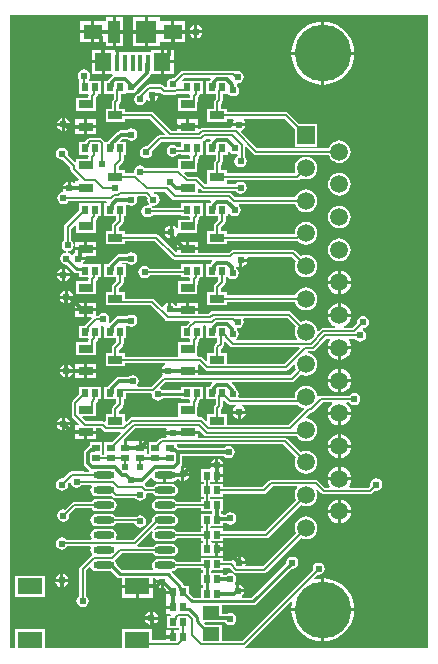
<source format=gtl>
G04*
G04 #@! TF.GenerationSoftware,Altium Limited,Altium Designer,21.3.1 (25)*
G04*
G04 Layer_Physical_Order=1*
G04 Layer_Color=255*
%FSLAX25Y25*%
%MOIN*%
G70*
G04*
G04 #@! TF.SameCoordinates,0F46E8F8-C812-4C73-86AE-EEEB37A8DDC9*
G04*
G04*
G04 #@! TF.FilePolarity,Positive*
G04*
G01*
G75*
%ADD15C,0.01000*%
%ADD21C,0.00600*%
%ADD23R,0.02362X0.02559*%
%ADD24R,0.04921X0.02756*%
%ADD25R,0.02559X0.02362*%
%ADD26R,0.05787X0.04567*%
%ADD27R,0.01772X0.05433*%
%ADD28R,0.05610X0.06102*%
%ADD29R,0.03937X0.07480*%
%ADD30R,0.07087X0.07480*%
%ADD31R,0.06496X0.05118*%
%ADD32O,0.07087X0.02362*%
%ADD33R,0.08268X0.05512*%
%ADD43C,0.01200*%
%ADD44C,0.00800*%
%ADD45C,0.05906*%
%ADD46R,0.05906X0.05906*%
%ADD47C,0.18898*%
%ADD48C,0.02400*%
G36*
X141170Y2039D02*
X80499D01*
X80347Y2539D01*
X80521Y2655D01*
X95536Y17671D01*
X95990Y17417D01*
X95770Y16502D01*
X95680Y15362D01*
X105622D01*
Y25304D01*
X104482Y25214D01*
X103567Y24995D01*
X103314Y25448D01*
X104445Y26579D01*
X104823Y26504D01*
X105603Y26659D01*
X106265Y27101D01*
X106707Y27763D01*
X106862Y28543D01*
X106707Y29324D01*
X106265Y29985D01*
X105603Y30427D01*
X104823Y30582D01*
X104042Y30427D01*
X103381Y29985D01*
X102939Y29324D01*
X102784Y28543D01*
X102859Y28165D01*
X79263Y4570D01*
X72591D01*
Y9914D01*
X67078D01*
X66699Y10293D01*
X66891Y10755D01*
X70443D01*
X70581Y10728D01*
X70581Y10728D01*
X73614D01*
X73853Y10369D01*
X74515Y9927D01*
X75295Y9772D01*
X76076Y9927D01*
X76737Y10369D01*
X77179Y11031D01*
X77334Y11811D01*
X77179Y12591D01*
X76737Y13253D01*
X76076Y13695D01*
X75295Y13850D01*
X74515Y13695D01*
X74347Y13583D01*
X72591D01*
Y16273D01*
X83051D01*
X83558Y16374D01*
X83988Y16661D01*
X95827Y28500D01*
X95965Y28473D01*
X96745Y28628D01*
X97407Y29070D01*
X97848Y29732D01*
X98004Y30512D01*
X97848Y31292D01*
X97407Y31954D01*
X96745Y32396D01*
X95965Y32551D01*
X95184Y32396D01*
X94523Y31954D01*
X94081Y31292D01*
X93925Y30512D01*
X93953Y30375D01*
X82502Y18924D01*
X79267D01*
X79115Y19424D01*
X79342Y19575D01*
X79828Y20303D01*
X79900Y20661D01*
X77756D01*
Y21161D01*
X77256D01*
Y23305D01*
X77028Y23260D01*
X76847Y23506D01*
X76768Y23703D01*
X77179Y24318D01*
X77334Y25098D01*
X77179Y25879D01*
X76737Y26540D01*
X76076Y26982D01*
X75295Y27138D01*
X74515Y26982D01*
X73853Y26540D01*
X73844Y26526D01*
X72749D01*
Y27178D01*
X69123D01*
X68935Y27440D01*
X69192Y27940D01*
X72749D01*
Y28898D01*
X75024D01*
X76503Y27420D01*
X76503Y27419D01*
X76867Y27176D01*
X77296Y27091D01*
X77296Y27091D01*
X86598D01*
X86598Y27091D01*
X87028Y27176D01*
X87392Y27419D01*
X98781Y38809D01*
X99552Y38489D01*
X100531Y38361D01*
X101511Y38489D01*
X102424Y38868D01*
X103208Y39469D01*
X103809Y40253D01*
X104188Y41166D01*
X104317Y42146D01*
X104188Y43125D01*
X103809Y44038D01*
X103208Y44822D01*
X102424Y45424D01*
X101511Y45802D01*
X100531Y45931D01*
X99552Y45802D01*
X98639Y45424D01*
X97855Y44822D01*
X97254Y44038D01*
X96875Y43125D01*
X96746Y42146D01*
X96875Y41166D01*
X97195Y40395D01*
X86134Y29334D01*
X80663D01*
X80356Y29834D01*
X80392Y30012D01*
X78248D01*
Y30512D01*
X77748D01*
Y32656D01*
X77390Y32584D01*
X76662Y32098D01*
X76176Y31370D01*
X75615Y31116D01*
X75489Y31141D01*
X75489Y31141D01*
X72749D01*
Y32099D01*
X69402D01*
Y32099D01*
X65440D01*
Y30905D01*
X57539D01*
X57334Y31212D01*
X56678Y31650D01*
X55905Y31803D01*
X51181D01*
X50408Y31650D01*
X49753Y31212D01*
X49315Y30556D01*
X49161Y29783D01*
X49315Y29010D01*
X49644Y28518D01*
X49425Y28018D01*
X39073D01*
X37429Y29662D01*
X37453Y29783D01*
X37299Y30556D01*
X36861Y31212D01*
X36844Y31384D01*
X39123Y33662D01*
X49548D01*
X49753Y33355D01*
X50408Y32917D01*
X51181Y32764D01*
X55905D01*
X56678Y32917D01*
X57334Y33355D01*
X57772Y34010D01*
X57925Y34784D01*
X57772Y35557D01*
X57334Y36212D01*
X56678Y36650D01*
X55905Y36803D01*
X51181D01*
X50408Y36650D01*
X49753Y36212D01*
X49548Y35905D01*
X44579D01*
X44389Y36405D01*
X49063Y41079D01*
X49451Y40760D01*
X49315Y40556D01*
X49161Y39783D01*
X49315Y39011D01*
X49753Y38355D01*
X50408Y37917D01*
X51181Y37764D01*
X55905D01*
X56678Y37917D01*
X57334Y38355D01*
X57539Y38662D01*
X65440D01*
Y37783D01*
X66300D01*
Y37020D01*
X65440D01*
Y32861D01*
X68587D01*
Y32661D01*
X70268D01*
Y34941D01*
Y37220D01*
X69193D01*
X68967Y37721D01*
X69022Y37783D01*
X69402D01*
Y37783D01*
X72749D01*
Y38741D01*
X87343D01*
X87343Y38741D01*
X87772Y38826D01*
X88136Y39069D01*
X98781Y49714D01*
X99552Y49395D01*
X100531Y49266D01*
X101511Y49395D01*
X102424Y49773D01*
X103208Y50375D01*
X103809Y51159D01*
X104188Y52071D01*
X104317Y53051D01*
X104188Y54031D01*
X103869Y54799D01*
X104293Y55083D01*
X105717Y53659D01*
X105717Y53659D01*
X106081Y53416D01*
X106510Y53330D01*
X106510Y53330D01*
X121873D01*
X121873Y53330D01*
X122302Y53416D01*
X122666Y53659D01*
X123638Y54631D01*
X124016Y54555D01*
X124796Y54711D01*
X125458Y55153D01*
X125900Y55814D01*
X126055Y56595D01*
X125900Y57375D01*
X125458Y58036D01*
X124796Y58478D01*
X124016Y58634D01*
X123235Y58478D01*
X122574Y58036D01*
X122132Y57375D01*
X121977Y56595D01*
X122052Y56217D01*
X121409Y55573D01*
X115077D01*
X114830Y56073D01*
X115165Y56511D01*
X115564Y57472D01*
X115634Y58004D01*
X111713D01*
X107792D01*
X107862Y57472D01*
X108260Y56511D01*
X108595Y56073D01*
X108349Y55573D01*
X106975D01*
X104652Y57896D01*
X104288Y58139D01*
X103859Y58225D01*
X103859Y58225D01*
X88983D01*
X88983Y58225D01*
X88554Y58139D01*
X88190Y57896D01*
X88190Y57896D01*
X86041Y55747D01*
X72749D01*
Y56705D01*
X68641D01*
Y57268D01*
X70268D01*
Y59547D01*
X70768D01*
Y60047D01*
X72949D01*
Y61827D01*
X72949Y61827D01*
X72975Y62316D01*
X73010Y62492D01*
X68722D01*
X68755Y62327D01*
X68587Y61827D01*
X68169Y61627D01*
X65440D01*
Y57468D01*
X66398D01*
Y56705D01*
X65440D01*
Y52547D01*
X66398D01*
Y51784D01*
X65440D01*
Y50905D01*
X57539D01*
X57334Y51212D01*
X56678Y51650D01*
X55905Y51803D01*
X51181D01*
X50408Y51650D01*
X49753Y51212D01*
X49315Y50556D01*
X49161Y49784D01*
X49315Y49011D01*
X49753Y48355D01*
X50408Y47917D01*
X51181Y47764D01*
X55905D01*
X56678Y47917D01*
X57334Y48355D01*
X57539Y48662D01*
X65440D01*
Y47625D01*
X68787D01*
Y47625D01*
X69340D01*
Y46863D01*
X65440D01*
Y42704D01*
X66300D01*
Y41942D01*
X65440D01*
Y40905D01*
X57539D01*
X57334Y41212D01*
X56678Y41650D01*
X55905Y41803D01*
X51181D01*
X50408Y41650D01*
X50204Y41513D01*
X49885Y41902D01*
X50819Y42836D01*
X51181Y42764D01*
X55905D01*
X56678Y42917D01*
X57334Y43355D01*
X57772Y44010D01*
X57925Y44783D01*
X57772Y45557D01*
X57334Y46212D01*
X56678Y46650D01*
X55905Y46803D01*
X51181D01*
X50408Y46650D01*
X49753Y46212D01*
X49315Y45557D01*
X49161Y44783D01*
X49233Y44422D01*
X42997Y38185D01*
X37349D01*
X37082Y38685D01*
X37299Y39011D01*
X37453Y39783D01*
X37299Y40556D01*
X36861Y41212D01*
X36206Y41650D01*
X35433Y41803D01*
X30709D01*
X29936Y41650D01*
X29280Y41212D01*
X28842Y40556D01*
X28689Y39783D01*
X28842Y39011D01*
X29060Y38685D01*
X28793Y38185D01*
X20746D01*
X20635Y38351D01*
X19973Y38793D01*
X19193Y38949D01*
X18413Y38793D01*
X17751Y38351D01*
X17309Y37690D01*
X17154Y36909D01*
X17309Y36129D01*
X17751Y35467D01*
X18413Y35026D01*
X19193Y34870D01*
X19973Y35026D01*
X20635Y35467D01*
X20952Y35942D01*
X28545D01*
X28820Y35442D01*
X28689Y34784D01*
X28842Y34010D01*
X29158Y33538D01*
X29159Y33535D01*
X29090Y32989D01*
X29049Y32909D01*
X28971Y32857D01*
X28971Y32857D01*
X25290Y29175D01*
X25047Y28811D01*
X24961Y28382D01*
X24961Y28382D01*
Y19373D01*
X24641Y19159D01*
X24199Y18497D01*
X24044Y17717D01*
X24199Y16936D01*
X24641Y16275D01*
X25302Y15833D01*
X26083Y15677D01*
X26863Y15833D01*
X27525Y16275D01*
X27967Y16936D01*
X28122Y17717D01*
X27967Y18497D01*
X27525Y19159D01*
X27204Y19373D01*
Y27918D01*
X28359Y29073D01*
X28907Y28914D01*
X29280Y28355D01*
X29936Y27917D01*
X30709Y27764D01*
X35433D01*
X35554Y27788D01*
X37586Y25756D01*
X38016Y25468D01*
X38524Y25367D01*
X39158D01*
Y23138D01*
X44291D01*
X49425D01*
Y25367D01*
X50293D01*
X50564Y24867D01*
X50514Y24614D01*
X52658D01*
Y24114D01*
X53158D01*
Y21971D01*
X53516Y22042D01*
X53579Y22084D01*
X54020Y21848D01*
Y21169D01*
X56201D01*
Y20169D01*
X54020D01*
Y18390D01*
X54020D01*
Y18027D01*
X54020D01*
Y16248D01*
X56201D01*
Y15248D01*
X54020D01*
Y13468D01*
X55386D01*
X55665Y12968D01*
X55627Y12906D01*
X54220D01*
Y8747D01*
X58324D01*
Y8185D01*
X56701D01*
Y5906D01*
X56201D01*
Y5406D01*
X54020D01*
Y4650D01*
X49225D01*
Y8477D01*
X39358D01*
Y2039D01*
X13398D01*
Y8477D01*
X3531D01*
Y2039D01*
X2039D01*
Y213020D01*
X141170D01*
X141170Y2039D01*
D02*
G37*
G36*
X97666Y55482D02*
X97254Y54944D01*
X96875Y54031D01*
X96746Y53051D01*
X96875Y52071D01*
X97195Y51301D01*
X86878Y40984D01*
X72749D01*
Y41942D01*
X69016D01*
X68710Y42410D01*
X68829Y42704D01*
X72749D01*
Y43619D01*
X74175D01*
X74515Y43392D01*
X75295Y43236D01*
X76076Y43392D01*
X76737Y43834D01*
X77179Y44495D01*
X77334Y45276D01*
X77179Y46056D01*
X76737Y46718D01*
X76076Y47160D01*
X75295Y47315D01*
X74515Y47160D01*
X73853Y46718D01*
X73690Y46473D01*
X72749D01*
Y46863D01*
X72195D01*
Y47625D01*
X72749D01*
Y51784D01*
X69402D01*
Y51784D01*
X68641D01*
Y52547D01*
X72749D01*
Y53504D01*
X86506D01*
X86506Y53504D01*
X86935Y53590D01*
X87299Y53833D01*
X89447Y55982D01*
X97420D01*
X97666Y55482D01*
D02*
G37*
G36*
X65440Y27940D02*
X66096D01*
Y27178D01*
X65440D01*
Y23019D01*
X66096D01*
Y22257D01*
X65440D01*
Y18924D01*
X63167D01*
X61528Y20563D01*
Y22749D01*
X59955D01*
X59906Y22994D01*
X59618Y23424D01*
X55779Y27264D01*
X55860Y27585D01*
X55973Y27777D01*
X56678Y27917D01*
X57334Y28355D01*
X57539Y28662D01*
X65440D01*
Y27940D01*
D02*
G37*
%LPC*%
G36*
X60350Y211138D02*
X56602D01*
Y208079D01*
X60350D01*
Y211138D01*
D02*
G37*
G36*
X39681Y212319D02*
X37213D01*
Y208079D01*
X39681D01*
Y212319D01*
D02*
G37*
G36*
X64378Y209722D02*
Y208079D01*
X66022D01*
X65950Y208437D01*
X65464Y209165D01*
X64736Y209651D01*
X64378Y209722D01*
D02*
G37*
G36*
X63378D02*
X63020Y209651D01*
X62292Y209165D01*
X61806Y208437D01*
X61734Y208079D01*
X63378D01*
Y209722D01*
D02*
G37*
G36*
X29028Y211138D02*
X25280D01*
Y208079D01*
X29028D01*
Y211138D01*
D02*
G37*
G36*
X46843Y212319D02*
X42799D01*
Y208079D01*
X46843D01*
Y212319D01*
D02*
G37*
G36*
X66022Y207079D02*
X64378D01*
Y205435D01*
X64736Y205506D01*
X65464Y205993D01*
X65950Y206720D01*
X66022Y207079D01*
D02*
G37*
G36*
X63378D02*
X61734D01*
X61806Y206720D01*
X62292Y205993D01*
X63020Y205506D01*
X63378Y205435D01*
Y207079D01*
D02*
G37*
G36*
X60350D02*
X56602D01*
Y204020D01*
X60350D01*
Y207079D01*
D02*
G37*
G36*
X29028D02*
X25280D01*
Y204020D01*
X29028D01*
Y207079D01*
D02*
G37*
G36*
X51886Y212319D02*
X47842D01*
Y207579D01*
Y202839D01*
X51886D01*
Y204020D01*
X55602D01*
Y207579D01*
Y211138D01*
X51886D01*
Y212319D01*
D02*
G37*
G36*
X46843Y207079D02*
X42799D01*
Y202839D01*
X46843D01*
Y207079D01*
D02*
G37*
G36*
X39681D02*
X37213D01*
Y202839D01*
X39681D01*
Y207079D01*
D02*
G37*
G36*
X36213Y212319D02*
X33744D01*
Y211138D01*
X30028D01*
Y207579D01*
Y204020D01*
X33744D01*
Y202839D01*
X36213D01*
Y207579D01*
Y212319D01*
D02*
G37*
G36*
X106622Y210737D02*
Y200795D01*
X116564D01*
X116474Y201935D01*
X116090Y203534D01*
X115461Y205054D01*
X114602Y206456D01*
X113533Y207707D01*
X112283Y208775D01*
X110880Y209634D01*
X109361Y210263D01*
X107762Y210647D01*
X106622Y210737D01*
D02*
G37*
G36*
X105622D02*
X104482Y210647D01*
X102883Y210263D01*
X101364Y209634D01*
X99961Y208775D01*
X98711Y207707D01*
X97643Y206456D01*
X96783Y205054D01*
X96154Y203534D01*
X95770Y201935D01*
X95680Y200795D01*
X105622D01*
Y210737D01*
D02*
G37*
G36*
X52108Y201492D02*
X48803D01*
Y200623D01*
X47060D01*
Y200623D01*
X43688D01*
Y200623D01*
X41942D01*
Y200623D01*
X39583D01*
Y200823D01*
X38197D01*
Y197106D01*
X37197D01*
Y200823D01*
X36827D01*
Y201492D01*
X33522D01*
Y197441D01*
Y193390D01*
X35811D01*
Y193390D01*
X35999D01*
X36150Y192890D01*
X35813Y192665D01*
X35813Y192664D01*
X34808Y191660D01*
X34499Y191197D01*
X34470Y191056D01*
X33255D01*
Y186897D01*
X36580D01*
Y185159D01*
X36221Y184800D01*
X35978Y184436D01*
X35893Y184007D01*
X35893Y184007D01*
Y181804D01*
X33754D01*
Y177448D01*
X40275D01*
Y178504D01*
X48536D01*
X53448Y173592D01*
X53257Y173130D01*
X51930D01*
X51501Y173045D01*
X51137Y172802D01*
X51137Y172802D01*
X47622Y169287D01*
X47244Y169362D01*
X46464Y169207D01*
X45802Y168765D01*
X45360Y168103D01*
X45205Y167323D01*
X45360Y166542D01*
X45802Y165881D01*
X46464Y165439D01*
X47244Y165284D01*
X48024Y165439D01*
X48686Y165881D01*
X49128Y166542D01*
X49283Y167323D01*
X49208Y167701D01*
X52394Y170887D01*
X58431D01*
X58846Y170682D01*
X58846Y170387D01*
Y168937D01*
X57758D01*
X57544Y169257D01*
X56883Y169699D01*
X56102Y169854D01*
X55322Y169699D01*
X54660Y169257D01*
X54218Y168595D01*
X54063Y167815D01*
X54218Y167035D01*
X54660Y166373D01*
X55322Y165931D01*
X56102Y165776D01*
X56883Y165931D01*
X57544Y166373D01*
X57758Y166693D01*
X58846D01*
Y166523D01*
X61710D01*
X62021Y166023D01*
X61966Y165745D01*
Y165170D01*
X57868D01*
Y162101D01*
X57802Y162047D01*
X57802Y162047D01*
X46932D01*
X46718Y162367D01*
X46056Y162809D01*
X45276Y162964D01*
X44495Y162809D01*
X43834Y162367D01*
X43392Y161706D01*
X43236Y160925D01*
X43269Y160760D01*
X42952Y160373D01*
X40275D01*
Y161430D01*
X38238D01*
Y162685D01*
X39448Y163895D01*
X39713Y164292D01*
X39806Y164761D01*
Y166523D01*
X40564D01*
Y170682D01*
X38895D01*
X38703Y171144D01*
X39360Y171801D01*
X40871D01*
X40881Y171786D01*
X41543Y171344D01*
X42323Y171189D01*
X43103Y171344D01*
X43765Y171786D01*
X44207Y172448D01*
X44362Y173228D01*
X44207Y174009D01*
X43765Y174670D01*
X43103Y175112D01*
X42323Y175268D01*
X41543Y175112D01*
X40881Y174670D01*
X40871Y174656D01*
X38769D01*
X38769Y174656D01*
X38223Y174547D01*
X37760Y174238D01*
X37760Y174238D01*
X34808Y171286D01*
X34499Y170823D01*
X34470Y170682D01*
X33550D01*
X33533Y170766D01*
X33290Y171130D01*
X33290Y171130D01*
X32646Y171774D01*
X32282Y172017D01*
X31853Y172103D01*
X31853Y172103D01*
X28580D01*
X28580Y172103D01*
X28151Y172017D01*
X27787Y171774D01*
X27787Y171774D01*
X26958Y170945D01*
X26782Y170682D01*
X24889D01*
Y166523D01*
X27753D01*
X28064Y166023D01*
X28009Y165745D01*
Y165170D01*
X23911D01*
Y164352D01*
X23449Y164161D01*
X21157Y166453D01*
X21232Y166831D01*
X21077Y167611D01*
X20635Y168273D01*
X19973Y168715D01*
X19193Y168870D01*
X18413Y168715D01*
X17751Y168273D01*
X17309Y167611D01*
X17154Y166831D01*
X17309Y166050D01*
X17751Y165389D01*
X18413Y164947D01*
X19193Y164792D01*
X19571Y164867D01*
X22038Y162399D01*
Y161611D01*
X22038Y161611D01*
X22123Y161182D01*
X22366Y160818D01*
X24833Y158352D01*
X24642Y157890D01*
X23711D01*
Y157241D01*
X23521Y157183D01*
X23211Y157117D01*
X22512Y157584D01*
X22153Y157655D01*
Y155512D01*
X21654D01*
Y155012D01*
X19510D01*
X19581Y154653D01*
X19624Y154589D01*
X19385Y154046D01*
X18905Y153951D01*
X18243Y153509D01*
X17801Y152847D01*
X17646Y152067D01*
X17801Y151287D01*
X18243Y150625D01*
X18905Y150183D01*
X19685Y150028D01*
X20465Y150183D01*
X21127Y150625D01*
X21341Y150945D01*
X33804D01*
X34088Y150445D01*
X34006Y150308D01*
X33255D01*
Y146149D01*
X37359D01*
Y144893D01*
X36149Y143683D01*
X35884Y143286D01*
X35791Y142818D01*
Y141056D01*
X33754D01*
Y136700D01*
X40275D01*
Y137756D01*
X50231D01*
X56120Y131868D01*
X56120Y131868D01*
X56484Y131624D01*
X56913Y131539D01*
X56913Y131539D01*
X69113D01*
X69304Y131077D01*
X68765Y130538D01*
X68455Y130075D01*
X68427Y129934D01*
X67212D01*
Y125775D01*
X71316D01*
Y124519D01*
X70106Y123309D01*
X69841Y122912D01*
X69747Y122444D01*
Y120682D01*
X67710D01*
Y116326D01*
X74231D01*
Y117363D01*
X96934D01*
X97254Y116592D01*
X97855Y115808D01*
X98639Y115206D01*
X99552Y114828D01*
X100531Y114699D01*
X101511Y114828D01*
X102424Y115206D01*
X103208Y115808D01*
X103809Y116592D01*
X104188Y117505D01*
X104317Y118484D01*
X104188Y119464D01*
X103809Y120377D01*
X103208Y121161D01*
X102424Y121762D01*
X101511Y122140D01*
X100531Y122269D01*
X99552Y122140D01*
X98639Y121762D01*
X97855Y121161D01*
X97254Y120377D01*
X96934Y119606D01*
X74231D01*
Y120682D01*
X72194D01*
Y121937D01*
X73405Y123147D01*
X73670Y123544D01*
X73763Y124013D01*
Y125775D01*
X74513D01*
X74678Y125527D01*
X75340Y125084D01*
X76121Y124929D01*
X76901Y125084D01*
X77562Y125527D01*
X78004Y126188D01*
X78160Y126969D01*
X78004Y127749D01*
X77562Y128410D01*
X77318Y128574D01*
Y128942D01*
X77318Y128942D01*
X77282Y129125D01*
X77732Y129425D01*
X77882Y129325D01*
X78240Y129254D01*
Y131398D01*
X78740D01*
Y131898D01*
X80884D01*
X80848Y132075D01*
X81155Y132575D01*
X95760D01*
X97195Y131140D01*
X96875Y130369D01*
X96746Y129390D01*
X96875Y128410D01*
X97254Y127497D01*
X97855Y126713D01*
X98639Y126112D01*
X99552Y125734D01*
X100531Y125605D01*
X101511Y125734D01*
X102424Y126112D01*
X103208Y126713D01*
X103809Y127497D01*
X104188Y128410D01*
X104317Y129390D01*
X104188Y130369D01*
X103809Y131282D01*
X103208Y132066D01*
X102424Y132668D01*
X101511Y133046D01*
X100531Y133175D01*
X99552Y133046D01*
X98781Y132727D01*
X97018Y134490D01*
X96654Y134733D01*
X96224Y134818D01*
X96224Y134818D01*
X76369D01*
X75940Y134733D01*
X75576Y134490D01*
X75576Y134490D01*
X74868Y133782D01*
X64589D01*
Y134638D01*
X61128D01*
X57668D01*
Y134199D01*
X57168Y133992D01*
X51489Y139671D01*
X51125Y139914D01*
X50696Y139999D01*
X50696Y139999D01*
X40275D01*
Y141056D01*
X38238D01*
Y142311D01*
X39448Y143521D01*
X39713Y143918D01*
X39806Y144387D01*
Y146149D01*
X40564D01*
Y149882D01*
X41064Y150011D01*
X41543Y149691D01*
X42323Y149536D01*
X43103Y149691D01*
X43765Y150133D01*
X44207Y150794D01*
X44362Y151575D01*
X44227Y152252D01*
X44497Y152752D01*
X46941D01*
X47741Y151953D01*
X47666Y151575D01*
X47821Y150794D01*
X48263Y150133D01*
X48371Y150060D01*
X48176Y149590D01*
X47736Y149677D01*
X46956Y149522D01*
X46294Y149080D01*
X45852Y148418D01*
X45697Y147638D01*
X45852Y146857D01*
X46294Y146196D01*
X46956Y145754D01*
X47736Y145599D01*
X48517Y145754D01*
X49178Y146196D01*
X49392Y146516D01*
X58846D01*
Y146149D01*
X61710D01*
X62021Y145649D01*
X61966Y145371D01*
Y144796D01*
X57868D01*
Y142229D01*
X57368Y142078D01*
X57196Y142334D01*
X56469Y142820D01*
X56110Y142892D01*
Y140748D01*
Y138604D01*
X56469Y138676D01*
X57196Y139162D01*
X57683Y139890D01*
X57706Y140007D01*
X57868Y140440D01*
X58302Y140440D01*
X64389D01*
Y143478D01*
X64412Y143596D01*
Y144864D01*
X64752Y145204D01*
X65017Y145601D01*
X65110Y146069D01*
Y146149D01*
X66154D01*
Y150308D01*
X58846D01*
Y148759D01*
X49392D01*
X49178Y149080D01*
X49070Y149152D01*
X49265Y149623D01*
X49705Y149536D01*
X50485Y149691D01*
X51147Y150133D01*
X51589Y150794D01*
X51744Y151575D01*
X51589Y152355D01*
X51147Y153017D01*
X50485Y153459D01*
X49705Y153614D01*
X49683Y153610D01*
X49648Y153653D01*
X49884Y154153D01*
X53608D01*
X55947Y151814D01*
X55947Y151814D01*
X56311Y151571D01*
X56740Y151486D01*
X56740Y151486D01*
X68685D01*
X68876Y151024D01*
X68765Y150912D01*
X68455Y150449D01*
X68427Y150308D01*
X67212D01*
Y146149D01*
X71316D01*
Y144893D01*
X70106Y143683D01*
X69841Y143286D01*
X69747Y142818D01*
Y141056D01*
X67710D01*
Y136700D01*
X74231D01*
Y137756D01*
X97678D01*
X97679Y137756D01*
X97740Y137769D01*
X97855Y137619D01*
X98639Y137017D01*
X99552Y136639D01*
X100531Y136510D01*
X101511Y136639D01*
X102424Y137017D01*
X103208Y137619D01*
X103809Y138403D01*
X104188Y139316D01*
X104317Y140295D01*
X104188Y141275D01*
X103809Y142188D01*
X103208Y142972D01*
X102424Y143573D01*
X101511Y143951D01*
X100531Y144080D01*
X99552Y143951D01*
X98639Y143573D01*
X97855Y142972D01*
X97254Y142188D01*
X96875Y141275D01*
X96746Y140295D01*
X96487Y139999D01*
X74231D01*
Y141056D01*
X72194D01*
Y142311D01*
X73405Y143521D01*
X73670Y143918D01*
X73763Y144387D01*
Y146149D01*
X74520D01*
Y146999D01*
X75020Y147151D01*
X75330Y146688D01*
X75991Y146246D01*
X76772Y146091D01*
X77552Y146246D01*
X78214Y146688D01*
X78656Y147350D01*
X78811Y148130D01*
X78656Y148910D01*
X78214Y149572D01*
X78202Y149579D01*
X78354Y150079D01*
X96934D01*
X97254Y149308D01*
X97855Y148524D01*
X98639Y147923D01*
X99552Y147545D01*
X100531Y147416D01*
X101511Y147545D01*
X102424Y147923D01*
X103208Y148524D01*
X103809Y149308D01*
X104188Y150221D01*
X104317Y151201D01*
X104188Y152180D01*
X103809Y153093D01*
X103208Y153877D01*
X102424Y154479D01*
X101511Y154857D01*
X100531Y154986D01*
X99552Y154857D01*
X98639Y154479D01*
X97855Y153877D01*
X97254Y153093D01*
X96934Y152322D01*
X76875D01*
X75797Y153400D01*
X75433Y153643D01*
X75004Y153729D01*
X75004Y153729D01*
X64589D01*
Y155205D01*
X65051Y155396D01*
X65728Y154719D01*
X65728Y154719D01*
X66092Y154476D01*
X66521Y154390D01*
X66522Y154390D01*
X77084D01*
X77298Y154070D01*
X77960Y153628D01*
X78740Y153473D01*
X79520Y153628D01*
X80182Y154070D01*
X80624Y154731D01*
X80779Y155512D01*
X80624Y156292D01*
X80182Y156954D01*
X79520Y157396D01*
X78740Y157551D01*
X77960Y157396D01*
X77298Y156954D01*
X77084Y156633D01*
X74375D01*
X74231Y157074D01*
X74231Y157133D01*
Y158130D01*
X97677D01*
X97677Y158130D01*
X98106Y158216D01*
X98470Y158459D01*
X98781Y158770D01*
X99552Y158450D01*
X100531Y158321D01*
X101511Y158450D01*
X102424Y158828D01*
X103208Y159430D01*
X103809Y160214D01*
X104188Y161127D01*
X104317Y162106D01*
X104188Y163086D01*
X103809Y163999D01*
X103208Y164783D01*
X102424Y165384D01*
X101511Y165762D01*
X100531Y165891D01*
X99552Y165762D01*
X98639Y165384D01*
X97855Y164783D01*
X97254Y163999D01*
X96875Y163086D01*
X96746Y162106D01*
X96875Y161127D01*
X97015Y160789D01*
X96737Y160373D01*
X74231D01*
Y161430D01*
X72092D01*
Y163168D01*
X72451Y163527D01*
X72451Y163527D01*
X72694Y163891D01*
X72780Y164320D01*
Y166523D01*
X74520D01*
Y167668D01*
X75020Y167820D01*
X75330Y167357D01*
X75991Y166915D01*
X76772Y166760D01*
X77403Y166885D01*
X77826Y166591D01*
X77837Y166172D01*
X77298Y165812D01*
X76856Y165150D01*
X76701Y164370D01*
X76856Y163590D01*
X77298Y162928D01*
X77960Y162486D01*
X78740Y162331D01*
X79520Y162486D01*
X80182Y162928D01*
X80624Y163590D01*
X80779Y164370D01*
X80624Y165150D01*
X80192Y165796D01*
Y169041D01*
X80654Y169232D01*
X83121Y166766D01*
X83121Y166766D01*
X83485Y166523D01*
X83914Y166437D01*
X83914Y166437D01*
X108115D01*
X108435Y165666D01*
X109036Y164883D01*
X109820Y164281D01*
X110733Y163903D01*
X111713Y163774D01*
X112692Y163903D01*
X113605Y164281D01*
X114389Y164883D01*
X114991Y165666D01*
X115369Y166579D01*
X115498Y167559D01*
X115369Y168539D01*
X114991Y169452D01*
X114389Y170236D01*
X113605Y170837D01*
X112692Y171215D01*
X111713Y171344D01*
X110733Y171215D01*
X109820Y170837D01*
X109036Y170236D01*
X108435Y169452D01*
X108115Y168681D01*
X84378D01*
X79024Y174035D01*
X79161Y174605D01*
X79736Y174989D01*
X80222Y175716D01*
X80293Y176075D01*
X76006D01*
X76020Y176003D01*
X75665Y175503D01*
X66016D01*
X66016Y175503D01*
X65587Y175417D01*
X65223Y175174D01*
X65223Y175174D01*
X65051Y175002D01*
X64589Y175193D01*
Y175386D01*
X61128D01*
X57668D01*
Y174530D01*
X55682D01*
X49794Y180419D01*
X49430Y180662D01*
X49001Y180747D01*
X49000Y180747D01*
X40275D01*
Y181804D01*
X38136D01*
Y183542D01*
X38495Y183901D01*
X38495Y183901D01*
X38738Y184265D01*
X38823Y184694D01*
Y186897D01*
X40564D01*
Y187178D01*
X41064Y187412D01*
X41543Y187092D01*
X42323Y186937D01*
X43103Y187092D01*
X43765Y187534D01*
X44207Y188196D01*
X44242Y188375D01*
X48668Y192801D01*
X48668Y192801D01*
X48978Y193264D01*
X49003Y193390D01*
X52108D01*
Y197441D01*
Y201492D01*
D02*
G37*
G36*
X56413D02*
X53108D01*
Y197941D01*
X56413D01*
Y201492D01*
D02*
G37*
G36*
X32522D02*
X29217D01*
Y197941D01*
X32522D01*
Y201492D01*
D02*
G37*
G36*
X76335Y194477D02*
X76335Y194477D01*
X59497D01*
X59497Y194477D01*
X59068Y194391D01*
X58704Y194148D01*
X58704Y194148D01*
X56480Y191925D01*
X56102Y192000D01*
X55322Y191845D01*
X54660Y191402D01*
X54218Y190741D01*
X54063Y189961D01*
X54149Y189527D01*
X53808Y189034D01*
X53486Y188996D01*
X52874Y189608D01*
X52510Y189851D01*
X52081Y189936D01*
X52081Y189936D01*
X48260D01*
X47831Y189851D01*
X47467Y189608D01*
X47467Y189608D01*
X44854Y186995D01*
X44495Y186923D01*
X43834Y186481D01*
X43392Y185820D01*
X43236Y185039D01*
X43392Y184259D01*
X43834Y183598D01*
X44495Y183155D01*
X45276Y183000D01*
X46056Y183155D01*
X46718Y183598D01*
X47160Y184259D01*
X47234Y184636D01*
X47311Y184693D01*
X47782Y184826D01*
X48354Y184443D01*
X48713Y184372D01*
Y186516D01*
X49213D01*
Y187016D01*
X51569D01*
X51781Y187336D01*
X51942Y187367D01*
X52441Y186868D01*
X52441Y186868D01*
X52805Y186625D01*
X53234Y186540D01*
X57055D01*
X57055Y186540D01*
X57484Y186625D01*
X57848Y186868D01*
X57855Y186875D01*
X60339D01*
X60339Y186875D01*
X60448Y186897D01*
X61710D01*
X62021Y186397D01*
X61966Y186119D01*
Y185544D01*
X57868D01*
Y181188D01*
X64389D01*
Y184226D01*
X64412Y184344D01*
Y185612D01*
X64752Y185952D01*
X65017Y186349D01*
X65110Y186817D01*
Y186897D01*
X66154D01*
Y191056D01*
X59491D01*
X59284Y191556D01*
X59961Y192234D01*
X68685D01*
X68876Y191772D01*
X68765Y191660D01*
X68455Y191197D01*
X68427Y191056D01*
X67212D01*
Y186897D01*
X70537D01*
Y185159D01*
X70178Y184800D01*
X69935Y184436D01*
X69849Y184007D01*
X69849Y184007D01*
Y181804D01*
X67710D01*
Y177448D01*
X74231D01*
Y178504D01*
X76246D01*
X76459Y178004D01*
X76077Y177433D01*
X76006Y177075D01*
X80293D01*
X80222Y177433D01*
X79840Y178004D01*
X80053Y178504D01*
X93453D01*
X96779Y175178D01*
Y169259D01*
X104284D01*
Y176765D01*
X98365D01*
X94710Y180419D01*
X94347Y180662D01*
X93917Y180747D01*
X93917Y180747D01*
X74231D01*
Y181804D01*
X72092D01*
Y183542D01*
X72451Y183901D01*
X72451Y183901D01*
X72694Y184265D01*
X72780Y184694D01*
Y186897D01*
X74520D01*
X74520Y186897D01*
Y186897D01*
X74838Y186550D01*
X75499Y186108D01*
X76279Y185953D01*
X77060Y186108D01*
X77722Y186550D01*
X78163Y187212D01*
X78319Y187992D01*
X78163Y188772D01*
X77722Y189434D01*
X77477Y189597D01*
Y189905D01*
X77473Y189929D01*
X77596Y190126D01*
X77887Y190408D01*
X78536Y190537D01*
X79198Y190979D01*
X79640Y191641D01*
X79795Y192421D01*
X79640Y193202D01*
X79198Y193863D01*
X78536Y194305D01*
X77756Y194460D01*
X76976Y194305D01*
X76934Y194278D01*
X76764Y194391D01*
X76335Y194477D01*
D02*
G37*
G36*
X56413Y196941D02*
X53108D01*
Y193390D01*
X56413D01*
Y196941D01*
D02*
G37*
G36*
X32522D02*
X29217D01*
Y193390D01*
X32522D01*
Y196941D01*
D02*
G37*
G36*
X105622Y199795D02*
X95680D01*
X95770Y198656D01*
X96154Y197056D01*
X96783Y195537D01*
X97643Y194135D01*
X98711Y192884D01*
X99961Y191816D01*
X101364Y190956D01*
X102883Y190327D01*
X104482Y189943D01*
X105622Y189854D01*
Y199795D01*
D02*
G37*
G36*
X116564D02*
X106622D01*
Y189854D01*
X107762Y189943D01*
X109361Y190327D01*
X110880Y190956D01*
X112283Y191816D01*
X113533Y192884D01*
X114602Y194135D01*
X115461Y195537D01*
X116090Y197056D01*
X116474Y198656D01*
X116564Y199795D01*
D02*
G37*
G36*
X51356Y186016D02*
X49713D01*
Y184372D01*
X50071Y184443D01*
X50799Y184930D01*
X51285Y185657D01*
X51356Y186016D01*
D02*
G37*
G36*
X26575Y194953D02*
X25794Y194797D01*
X25133Y194355D01*
X24691Y193694D01*
X24536Y192913D01*
X24691Y192133D01*
X25076Y191556D01*
X25058Y191496D01*
X24889Y191056D01*
X24889Y191056D01*
X24889Y191056D01*
Y186897D01*
X27753D01*
X28064Y186397D01*
X28009Y186119D01*
Y185544D01*
X23911D01*
Y181188D01*
X30432D01*
Y184226D01*
X30456Y184344D01*
Y185612D01*
X30795Y185952D01*
X31061Y186349D01*
X31154Y186817D01*
Y186897D01*
X32198D01*
Y191056D01*
X28295D01*
X28168Y191244D01*
X28073Y191556D01*
X28459Y192133D01*
X28614Y192913D01*
X28459Y193694D01*
X28017Y194355D01*
X27355Y194797D01*
X26575Y194953D01*
D02*
G37*
G36*
X20185Y178817D02*
Y177173D01*
X21829D01*
X21757Y177532D01*
X21271Y178259D01*
X20543Y178746D01*
X20185Y178817D01*
D02*
G37*
G36*
X19185D02*
X18827Y178746D01*
X18099Y178259D01*
X17613Y177532D01*
X17541Y177173D01*
X19185D01*
Y178817D01*
D02*
G37*
G36*
X30632Y178264D02*
X27672D01*
Y176386D01*
X30632D01*
Y178264D01*
D02*
G37*
G36*
X26672D02*
X23711D01*
Y176386D01*
X26672D01*
Y178264D01*
D02*
G37*
G36*
X64589Y178264D02*
X61628D01*
Y176386D01*
X64589D01*
Y178264D01*
D02*
G37*
G36*
X60628D02*
X57668D01*
Y176386D01*
X60628D01*
Y178264D01*
D02*
G37*
G36*
X21829Y176173D02*
X20185D01*
Y174530D01*
X20543Y174601D01*
X21271Y175087D01*
X21757Y175815D01*
X21829Y176173D01*
D02*
G37*
G36*
X19185D02*
X17541D01*
X17613Y175815D01*
X18099Y175087D01*
X18827Y174601D01*
X19185Y174530D01*
Y176173D01*
D02*
G37*
G36*
X30632Y175386D02*
X27672D01*
Y173508D01*
X30632D01*
Y175386D01*
D02*
G37*
G36*
X26672D02*
X23711D01*
Y173508D01*
X26672D01*
Y175386D01*
D02*
G37*
G36*
X21154Y157655D02*
X20795Y157584D01*
X20067Y157098D01*
X19581Y156370D01*
X19510Y156012D01*
X21154D01*
Y157655D01*
D02*
G37*
G36*
X111713Y160439D02*
X110733Y160310D01*
X109820Y159932D01*
X109036Y159330D01*
X108435Y158546D01*
X108056Y157633D01*
X107928Y156653D01*
X108056Y155674D01*
X108435Y154761D01*
X109036Y153977D01*
X109820Y153375D01*
X110733Y152997D01*
X111713Y152868D01*
X112692Y152997D01*
X113605Y153375D01*
X114389Y153977D01*
X114991Y154761D01*
X115369Y155674D01*
X115498Y156653D01*
X115369Y157633D01*
X114991Y158546D01*
X114389Y159330D01*
X113605Y159932D01*
X112692Y160310D01*
X111713Y160439D01*
D02*
G37*
G36*
Y149533D02*
X110733Y149404D01*
X109820Y149026D01*
X109036Y148424D01*
X108435Y147641D01*
X108056Y146728D01*
X107928Y145748D01*
X108056Y144768D01*
X108435Y143856D01*
X109036Y143072D01*
X109820Y142470D01*
X110733Y142092D01*
X111713Y141963D01*
X112692Y142092D01*
X113605Y142470D01*
X114389Y143072D01*
X114991Y143856D01*
X115369Y144768D01*
X115498Y145748D01*
X115369Y146728D01*
X114991Y147641D01*
X114389Y148424D01*
X113605Y149026D01*
X112692Y149404D01*
X111713Y149533D01*
D02*
G37*
G36*
X55110Y142892D02*
X54752Y142820D01*
X54024Y142334D01*
X53538Y141606D01*
X53467Y141248D01*
X55110D01*
Y142892D01*
D02*
G37*
G36*
X32198Y150308D02*
X24889D01*
Y147879D01*
X20296Y143286D01*
X20031Y142889D01*
X19938Y142421D01*
Y137907D01*
X19719Y137761D01*
X19277Y137099D01*
X19122Y136319D01*
X19277Y135538D01*
X19719Y134877D01*
X20381Y134435D01*
X20516Y134408D01*
Y133898D01*
X19889Y133774D01*
X19227Y133332D01*
X18785Y132670D01*
X18630Y131890D01*
X18785Y131109D01*
X19227Y130448D01*
X19889Y130006D01*
X20669Y129851D01*
X20807Y129878D01*
X23273Y127412D01*
X23703Y127124D01*
X24210Y127023D01*
X24889D01*
Y125775D01*
X27753D01*
X28064Y125275D01*
X28009Y124997D01*
Y124422D01*
X23911D01*
Y120066D01*
X30432D01*
Y123104D01*
X30456Y123222D01*
Y124490D01*
X30795Y124830D01*
X31061Y125227D01*
X31154Y125695D01*
Y125775D01*
X32198D01*
Y129934D01*
X26471D01*
X26279Y130434D01*
X26679Y131031D01*
X26750Y131390D01*
X24606D01*
Y132390D01*
X26882D01*
X27186Y132760D01*
X30632D01*
Y134638D01*
X27172D01*
X23711D01*
Y133938D01*
X23020Y133476D01*
X22818Y133174D01*
X22217D01*
X22111Y133332D01*
X21450Y133774D01*
X21315Y133800D01*
Y134310D01*
X21942Y134435D01*
X22603Y134877D01*
X23045Y135538D01*
X23201Y136319D01*
X23045Y137099D01*
X22603Y137761D01*
X22385Y137907D01*
Y141914D01*
X23449Y142979D01*
X23911Y142787D01*
Y140440D01*
X30432D01*
Y143478D01*
X30456Y143596D01*
Y144864D01*
X30795Y145204D01*
X31061Y145601D01*
X31154Y146069D01*
Y146149D01*
X32198D01*
Y150308D01*
D02*
G37*
G36*
X55110Y140248D02*
X53467D01*
X53538Y139890D01*
X54024Y139162D01*
X54752Y138676D01*
X55110Y138604D01*
Y140248D01*
D02*
G37*
G36*
X64589Y137516D02*
X61628D01*
Y135638D01*
X64589D01*
Y137516D01*
D02*
G37*
G36*
X30632D02*
X27672D01*
Y135638D01*
X30632D01*
Y137516D01*
D02*
G37*
G36*
X60628D02*
X57668D01*
Y135638D01*
X60628D01*
Y137516D01*
D02*
G37*
G36*
X26672D02*
X23711D01*
Y135638D01*
X26672D01*
Y137516D01*
D02*
G37*
G36*
X111713Y138628D02*
X110733Y138499D01*
X109820Y138120D01*
X109036Y137519D01*
X108435Y136735D01*
X108056Y135822D01*
X107928Y134843D01*
X108056Y133863D01*
X108435Y132950D01*
X109036Y132166D01*
X109820Y131564D01*
X110733Y131186D01*
X111713Y131057D01*
X112692Y131186D01*
X113605Y131564D01*
X114389Y132166D01*
X114991Y132950D01*
X115369Y133863D01*
X115498Y134843D01*
X115369Y135822D01*
X114991Y136735D01*
X114389Y137519D01*
X113605Y138120D01*
X112692Y138499D01*
X111713Y138628D01*
D02*
G37*
G36*
X42323Y133929D02*
X41543Y133774D01*
X40881Y133332D01*
X40871Y133317D01*
X38179D01*
X37633Y133209D01*
X37169Y132899D01*
X37169Y132899D01*
X34808Y130538D01*
X34499Y130075D01*
X34470Y129934D01*
X33255D01*
Y125775D01*
X37359D01*
Y124519D01*
X36149Y123309D01*
X35884Y122912D01*
X35791Y122444D01*
Y120682D01*
X33754D01*
Y116326D01*
X37984D01*
X38092Y116304D01*
X38092Y116304D01*
X48830D01*
X53641Y111494D01*
X53641Y111494D01*
X54004Y111250D01*
X54434Y111165D01*
X61603D01*
X61795Y110703D01*
X60915Y109823D01*
X60739Y109560D01*
X58846D01*
Y105401D01*
X61710D01*
X62021Y104901D01*
X61966Y104623D01*
Y104048D01*
X57868D01*
Y99692D01*
X57868D01*
X57861Y99195D01*
X40275D01*
Y100308D01*
X38238D01*
Y101563D01*
X39448Y102773D01*
X39713Y103170D01*
X39806Y103639D01*
Y105401D01*
X40564D01*
Y109422D01*
X41008Y109693D01*
X41543Y109336D01*
X42323Y109181D01*
X43103Y109336D01*
X43765Y109778D01*
X44207Y110440D01*
X44362Y111221D01*
X44207Y112001D01*
X43765Y112662D01*
X43103Y113104D01*
X42323Y113260D01*
X41543Y113104D01*
X40881Y112662D01*
X40871Y112648D01*
X37883D01*
X37337Y112539D01*
X36874Y112230D01*
X36874Y112230D01*
X35219Y110574D01*
X34830Y110893D01*
X34856Y110932D01*
X35012Y111713D01*
X34856Y112493D01*
X34414Y113154D01*
X33753Y113597D01*
X32972Y113752D01*
X32192Y113597D01*
X31530Y113154D01*
X31317Y112834D01*
X30632D01*
Y114264D01*
X27672D01*
Y112386D01*
X28868D01*
X29059Y111924D01*
X26958Y109823D01*
X26782Y109560D01*
X24889D01*
Y105401D01*
X27753D01*
X28064Y104901D01*
X28009Y104623D01*
Y104048D01*
X23911D01*
Y99692D01*
X30432D01*
Y102730D01*
X30456Y102848D01*
Y104116D01*
X30795Y104456D01*
X31061Y104853D01*
X31154Y105321D01*
Y105401D01*
X32198D01*
Y109299D01*
X32566Y109635D01*
X33045Y109557D01*
X33255Y109220D01*
Y105401D01*
X37359D01*
Y104145D01*
X36149Y102935D01*
X35884Y102538D01*
X35791Y102070D01*
Y100308D01*
X33754D01*
Y95952D01*
X40275D01*
Y96952D01*
X53453D01*
X53605Y96452D01*
X53040Y96074D01*
X52554Y95347D01*
X52482Y94988D01*
X54626D01*
Y93988D01*
X52482D01*
X52554Y93630D01*
X52725Y93373D01*
X52534Y92759D01*
X52394Y92665D01*
X52394Y92665D01*
X48937Y89207D01*
X44499D01*
X44328Y89707D01*
X44699Y90263D01*
X44854Y91043D01*
X44699Y91824D01*
X44257Y92485D01*
X43595Y92927D01*
X42815Y93082D01*
X42035Y92927D01*
X41373Y92485D01*
X41363Y92471D01*
X38080D01*
X37534Y92362D01*
X37071Y92053D01*
X37071Y92053D01*
X34808Y89790D01*
X34499Y89327D01*
X34470Y89186D01*
X33255D01*
Y85027D01*
X37359D01*
Y83771D01*
X36149Y82561D01*
X35884Y82164D01*
X35791Y81696D01*
Y79934D01*
X33754D01*
Y77780D01*
X33254Y77512D01*
X33228Y77529D01*
X32799Y77614D01*
X32799Y77614D01*
X27246D01*
X26005Y78856D01*
X26196Y79318D01*
X30432D01*
Y82356D01*
X30456Y82474D01*
Y83742D01*
X30795Y84082D01*
X31061Y84479D01*
X31154Y84947D01*
Y85027D01*
X32198D01*
Y89186D01*
X24889D01*
Y86613D01*
X22819Y84543D01*
X22576Y84179D01*
X22490Y83750D01*
X22490Y83750D01*
Y79663D01*
X22490Y79663D01*
X22576Y79234D01*
X22819Y78870D01*
X24833Y76856D01*
X24642Y76394D01*
X23711D01*
Y74516D01*
X27172D01*
X30632D01*
Y75371D01*
X32335D01*
X33220Y74486D01*
X33220Y74486D01*
X33584Y74243D01*
X34014Y74157D01*
X38650D01*
X38841Y73695D01*
X35926Y70780D01*
X33353D01*
Y66574D01*
X32591D01*
Y70780D01*
X28432D01*
Y69565D01*
X28291Y69537D01*
X27828Y69227D01*
X27828Y69227D01*
X26824Y68223D01*
X26514Y67760D01*
X26406Y67213D01*
X26406Y67213D01*
Y63692D01*
X26406Y63692D01*
X26514Y63146D01*
X26824Y62683D01*
X28101Y61405D01*
X28071Y61195D01*
X27925Y60905D01*
X26825D01*
X26811Y60914D01*
X26382Y61000D01*
X26382Y61000D01*
X22476D01*
X22047Y60914D01*
X21683Y60671D01*
X21683Y60671D01*
X19571Y58558D01*
X19193Y58634D01*
X18413Y58478D01*
X17751Y58036D01*
X17309Y57375D01*
X17154Y56595D01*
X17309Y55814D01*
X17751Y55153D01*
X18413Y54711D01*
X19193Y54555D01*
X19973Y54711D01*
X20635Y55153D01*
X21077Y55814D01*
X21232Y56595D01*
X21157Y56972D01*
X21598Y57414D01*
X22141Y57249D01*
X22230Y56798D01*
X22672Y56137D01*
X23334Y55695D01*
X24114Y55540D01*
X24894Y55695D01*
X25556Y56137D01*
X25720Y56382D01*
X28793D01*
X29060Y55882D01*
X28842Y55556D01*
X28689Y54783D01*
X28842Y54010D01*
X29280Y53355D01*
X29936Y52917D01*
X30709Y52764D01*
X35433D01*
X35816Y52840D01*
X36299Y52357D01*
X36299Y52357D01*
X36663Y52113D01*
X37092Y52028D01*
X37092Y52028D01*
X43620D01*
X43834Y51708D01*
X44495Y51266D01*
X45276Y51110D01*
X46056Y51266D01*
X46718Y51708D01*
X47160Y52369D01*
X47315Y53150D01*
X47290Y53275D01*
X47607Y53662D01*
X49548D01*
X49753Y53355D01*
X50408Y52917D01*
X51181Y52764D01*
X55905D01*
X56678Y52917D01*
X57334Y53355D01*
X57772Y54010D01*
X57925Y54783D01*
X57772Y55556D01*
X57334Y56212D01*
X56678Y56650D01*
X55905Y56803D01*
X51181D01*
X50408Y56650D01*
X49753Y56212D01*
X49548Y55905D01*
X47358D01*
X46813Y56450D01*
X46783Y57010D01*
X46839Y57072D01*
X48663Y58896D01*
X49239Y58764D01*
X49609Y58211D01*
X50330Y57729D01*
X51181Y57560D01*
X53043D01*
Y59784D01*
X54043D01*
Y57560D01*
X55905D01*
X56757Y57729D01*
X57478Y58211D01*
X57523Y58278D01*
X58155Y58324D01*
X58689Y57967D01*
X59047Y57896D01*
Y60039D01*
Y62183D01*
X59005Y62175D01*
X58759Y62635D01*
X58806Y62683D01*
X58806Y62683D01*
X59116Y63146D01*
X59224Y63692D01*
X59224Y63692D01*
Y65994D01*
X73352D01*
X73361Y65979D01*
X74023Y65537D01*
X74803Y65382D01*
X75583Y65537D01*
X76245Y65979D01*
X76687Y66641D01*
X76842Y67421D01*
X76687Y68202D01*
X76245Y68863D01*
X75583Y69305D01*
X74803Y69460D01*
X74023Y69305D01*
X73361Y68863D01*
X73352Y68849D01*
X58180D01*
X57802Y69227D01*
X57456Y69458D01*
X57589Y69958D01*
X92944D01*
X97195Y65707D01*
X96875Y64936D01*
X96746Y63957D01*
X96875Y62977D01*
X97254Y62064D01*
X97855Y61280D01*
X98639Y60679D01*
X99552Y60300D01*
X100531Y60172D01*
X101511Y60300D01*
X102424Y60679D01*
X103208Y61280D01*
X103809Y62064D01*
X104188Y62977D01*
X104317Y63957D01*
X104188Y64936D01*
X103809Y65849D01*
X103208Y66633D01*
X102424Y67235D01*
X101511Y67613D01*
X100531Y67742D01*
X99552Y67613D01*
X98781Y67294D01*
X94202Y71873D01*
X93838Y72116D01*
X93409Y72201D01*
X93409Y72201D01*
X64589D01*
Y73516D01*
X61128D01*
Y74516D01*
X64589D01*
Y74525D01*
X65051Y74717D01*
X66682Y73086D01*
X66682Y73086D01*
X67046Y72843D01*
X67475Y72757D01*
X97417D01*
X97855Y72186D01*
X98639Y71584D01*
X99552Y71206D01*
X100531Y71077D01*
X101511Y71206D01*
X102424Y71584D01*
X103208Y72186D01*
X103809Y72970D01*
X104188Y73883D01*
X104317Y74862D01*
X104188Y75842D01*
X103809Y76755D01*
X103208Y77539D01*
X102424Y78140D01*
X101511Y78518D01*
X100839Y78607D01*
X100660Y79135D01*
X102119Y80594D01*
X102210D01*
X102210Y80594D01*
X102639Y80680D01*
X103003Y80923D01*
X106096Y84016D01*
X109222D01*
X109391Y83516D01*
X108894Y83134D01*
X108260Y82308D01*
X107862Y81347D01*
X107792Y80815D01*
X111713D01*
X115634D01*
X115564Y81347D01*
X115165Y82308D01*
X114532Y83134D01*
X114034Y83516D01*
X114203Y84016D01*
X114978D01*
X115192Y83696D01*
X115854Y83254D01*
X116634Y83099D01*
X117414Y83254D01*
X118076Y83696D01*
X118518Y84357D01*
X118673Y85138D01*
X118518Y85918D01*
X118076Y86580D01*
X117414Y87022D01*
X116634Y87177D01*
X115854Y87022D01*
X115192Y86580D01*
X114978Y86259D01*
X105632D01*
X105632Y86259D01*
X105203Y86174D01*
X104839Y85931D01*
X104804Y85896D01*
X104276Y86075D01*
X104188Y86747D01*
X103809Y87660D01*
X103208Y88444D01*
X102424Y89046D01*
X101511Y89424D01*
X100531Y89553D01*
X99552Y89424D01*
X98639Y89046D01*
X97855Y88444D01*
X97254Y87660D01*
X96875Y86747D01*
X96746Y85768D01*
X96456Y85436D01*
X78294D01*
X78025Y85936D01*
X78160Y86614D01*
X78004Y87394D01*
X77562Y88056D01*
X77313Y88223D01*
X77210Y88740D01*
X76900Y89204D01*
X76900Y89204D01*
X75815Y90289D01*
X76007Y90750D01*
X95730D01*
X95730Y90750D01*
X96159Y90836D01*
X96523Y91079D01*
X98781Y93336D01*
X99552Y93017D01*
X100531Y92888D01*
X101511Y93017D01*
X102424Y93395D01*
X103208Y93997D01*
X103809Y94781D01*
X104188Y95694D01*
X104317Y96673D01*
X104188Y97653D01*
X103809Y98566D01*
X103208Y99350D01*
X102424Y99951D01*
X101511Y100329D01*
X101317Y100355D01*
X101085Y100890D01*
X101168Y101005D01*
X102790D01*
X102790Y101005D01*
X103219Y101091D01*
X103583Y101334D01*
X107427Y105178D01*
X108442D01*
X108688Y104678D01*
X108260Y104119D01*
X107862Y103158D01*
X107792Y102626D01*
X111713D01*
X115634D01*
X115564Y103158D01*
X115165Y104119D01*
X114737Y104678D01*
X114983Y105178D01*
X116946D01*
X117160Y104857D01*
X117822Y104415D01*
X118602Y104260D01*
X119383Y104415D01*
X120044Y104857D01*
X120486Y105519D01*
X120642Y106299D01*
X120486Y107080D01*
X120044Y107741D01*
X119687Y107980D01*
X119539Y108618D01*
X119544Y108631D01*
X119554Y108644D01*
X119645Y108701D01*
X120367Y108844D01*
X121028Y109286D01*
X121471Y109948D01*
X121626Y110728D01*
X121471Y111509D01*
X121028Y112170D01*
X120367Y112612D01*
X119587Y112768D01*
X118806Y112612D01*
X118145Y112170D01*
X117703Y111509D01*
X117547Y110728D01*
X117623Y110351D01*
X116093Y108821D01*
X113183D01*
X113083Y109321D01*
X113706Y109579D01*
X114532Y110212D01*
X115165Y111038D01*
X115564Y112000D01*
X115634Y112531D01*
X111713D01*
X107792D01*
X107862Y112000D01*
X108260Y111038D01*
X108894Y110212D01*
X109719Y109579D01*
X110342Y109321D01*
X110243Y108821D01*
X106382D01*
X106382Y108821D01*
X105953Y108735D01*
X105589Y108492D01*
X105589Y108492D01*
X104804Y107707D01*
X104276Y107886D01*
X104188Y108558D01*
X103809Y109471D01*
X103208Y110255D01*
X102424Y110857D01*
X101511Y111235D01*
X100531Y111364D01*
X99552Y111235D01*
X98781Y110916D01*
X95644Y114052D01*
X95280Y114295D01*
X94851Y114381D01*
X94851Y114381D01*
X69495D01*
X69495Y114381D01*
X69065Y114295D01*
X68702Y114052D01*
X68702Y114052D01*
X68058Y113408D01*
X64589D01*
Y114264D01*
X61128D01*
Y114764D01*
X60628D01*
Y117142D01*
X57668D01*
Y116342D01*
X57204Y116045D01*
X57168Y116050D01*
X56704Y116744D01*
X55976Y117230D01*
X55618Y117301D01*
Y115157D01*
X54618D01*
Y117301D01*
X54260Y117230D01*
X53532Y116744D01*
X53046Y116016D01*
X53024Y115906D01*
X52545Y115761D01*
X50087Y118219D01*
X49723Y118462D01*
X49294Y118547D01*
X49294Y118547D01*
X40275D01*
Y120682D01*
X38238D01*
Y121937D01*
X39448Y123147D01*
X39713Y123544D01*
X39806Y124013D01*
Y125775D01*
X40564D01*
Y129934D01*
X39465D01*
X39198Y130434D01*
X39217Y130462D01*
X40871D01*
X40881Y130448D01*
X41543Y130006D01*
X42323Y129851D01*
X43103Y130006D01*
X43765Y130448D01*
X44207Y131109D01*
X44362Y131890D01*
X44207Y132670D01*
X43765Y133332D01*
X43103Y133774D01*
X42323Y133929D01*
D02*
G37*
G36*
X80884Y130898D02*
X79240D01*
Y129254D01*
X79599Y129325D01*
X80326Y129812D01*
X80813Y130539D01*
X80884Y130898D01*
D02*
G37*
G36*
X66154Y129934D02*
X58846D01*
Y128582D01*
X48408D01*
X48194Y128902D01*
X47532Y129345D01*
X46752Y129500D01*
X45972Y129345D01*
X45310Y128902D01*
X44868Y128241D01*
X44713Y127461D01*
X44868Y126680D01*
X45310Y126019D01*
X45972Y125577D01*
X46752Y125422D01*
X47532Y125577D01*
X48194Y126019D01*
X48408Y126339D01*
X58846D01*
Y125775D01*
X61710D01*
X62021Y125275D01*
X61966Y124997D01*
Y124422D01*
X57868D01*
Y120066D01*
X64389D01*
Y123104D01*
X64412Y123222D01*
Y124490D01*
X64752Y124830D01*
X65017Y125227D01*
X65110Y125695D01*
Y125775D01*
X66154D01*
Y129934D01*
D02*
G37*
G36*
X20185Y128620D02*
Y126976D01*
X21829D01*
X21757Y127335D01*
X21271Y128062D01*
X20543Y128549D01*
X20185Y128620D01*
D02*
G37*
G36*
X19185D02*
X18827Y128549D01*
X18099Y128062D01*
X17613Y127335D01*
X17541Y126976D01*
X19185D01*
Y128620D01*
D02*
G37*
G36*
X112213Y127858D02*
Y124437D01*
X115634D01*
X115564Y124969D01*
X115165Y125930D01*
X114532Y126756D01*
X113706Y127390D01*
X112744Y127788D01*
X112213Y127858D01*
D02*
G37*
G36*
X111213D02*
X110681Y127788D01*
X109719Y127390D01*
X108894Y126756D01*
X108260Y125930D01*
X107862Y124969D01*
X107792Y124437D01*
X111213D01*
Y127858D01*
D02*
G37*
G36*
X21829Y125976D02*
X20185D01*
Y124333D01*
X20543Y124404D01*
X21271Y124890D01*
X21757Y125618D01*
X21829Y125976D01*
D02*
G37*
G36*
X19185D02*
X17541D01*
X17613Y125618D01*
X18099Y124890D01*
X18827Y124404D01*
X19185Y124333D01*
Y125976D01*
D02*
G37*
G36*
X115634Y123437D02*
X112213D01*
Y120016D01*
X112744Y120086D01*
X113706Y120484D01*
X114532Y121118D01*
X115165Y121944D01*
X115564Y122905D01*
X115634Y123437D01*
D02*
G37*
G36*
X111213D02*
X107792D01*
X107862Y122905D01*
X108260Y121944D01*
X108894Y121118D01*
X109719Y120484D01*
X110681Y120086D01*
X111213Y120016D01*
Y123437D01*
D02*
G37*
G36*
X21169Y121238D02*
Y119595D01*
X22813D01*
X22742Y119953D01*
X22255Y120681D01*
X21528Y121167D01*
X21169Y121238D01*
D02*
G37*
G36*
X20169D02*
X19811Y121167D01*
X19083Y120681D01*
X18597Y119953D01*
X18526Y119595D01*
X20169D01*
Y121238D01*
D02*
G37*
G36*
X22813Y118595D02*
X21169D01*
Y116951D01*
X21528Y117022D01*
X22255Y117508D01*
X22742Y118236D01*
X22813Y118595D01*
D02*
G37*
G36*
X20169D02*
X18526D01*
X18597Y118236D01*
X19083Y117508D01*
X19811Y117022D01*
X20169Y116951D01*
Y118595D01*
D02*
G37*
G36*
X64589Y117142D02*
X61628D01*
Y115264D01*
X64589D01*
Y117142D01*
D02*
G37*
G36*
X30632D02*
X27672D01*
Y115264D01*
X30632D01*
Y117142D01*
D02*
G37*
G36*
X26672D02*
X23711D01*
Y115264D01*
X26672D01*
Y117142D01*
D02*
G37*
G36*
X112213Y116953D02*
Y113531D01*
X115634D01*
X115564Y114063D01*
X115165Y115025D01*
X114532Y115851D01*
X113706Y116484D01*
X112744Y116883D01*
X112213Y116953D01*
D02*
G37*
G36*
X111213D02*
X110681Y116883D01*
X109719Y116484D01*
X108894Y115851D01*
X108260Y115025D01*
X107862Y114063D01*
X107792Y113531D01*
X111213D01*
Y116953D01*
D02*
G37*
G36*
X26672Y114264D02*
X23711D01*
Y112386D01*
X26672D01*
Y114264D01*
D02*
G37*
G36*
X115634Y101626D02*
X112213D01*
Y98205D01*
X112744Y98275D01*
X113706Y98673D01*
X114532Y99307D01*
X115165Y100133D01*
X115564Y101094D01*
X115634Y101626D01*
D02*
G37*
G36*
X111213D02*
X107792D01*
X107862Y101094D01*
X108260Y100133D01*
X108894Y99307D01*
X109719Y98673D01*
X110681Y98275D01*
X111213Y98205D01*
Y101626D01*
D02*
G37*
G36*
X21169Y96632D02*
Y94988D01*
X22813D01*
X22742Y95347D01*
X22255Y96074D01*
X21528Y96561D01*
X21169Y96632D01*
D02*
G37*
G36*
X20169D02*
X19811Y96561D01*
X19083Y96074D01*
X18597Y95347D01*
X18526Y94988D01*
X20169D01*
Y96632D01*
D02*
G37*
G36*
X30632Y96768D02*
X27672D01*
Y94890D01*
X30632D01*
Y96768D01*
D02*
G37*
G36*
X26672D02*
X23711D01*
Y94890D01*
X26672D01*
Y96768D01*
D02*
G37*
G36*
X22813Y93988D02*
X21169D01*
Y92345D01*
X21528Y92416D01*
X22255Y92902D01*
X22742Y93630D01*
X22813Y93988D01*
D02*
G37*
G36*
X20169D02*
X18526D01*
X18597Y93630D01*
X19083Y92902D01*
X19811Y92416D01*
X20169Y92345D01*
Y93988D01*
D02*
G37*
G36*
X30632Y93890D02*
X27672D01*
Y92012D01*
X30632D01*
Y93890D01*
D02*
G37*
G36*
X26672D02*
X23711D01*
Y92012D01*
X26672D01*
Y93890D01*
D02*
G37*
G36*
X112213Y95142D02*
Y91720D01*
X115634D01*
X115564Y92252D01*
X115165Y93214D01*
X114532Y94040D01*
X113706Y94673D01*
X112744Y95072D01*
X112213Y95142D01*
D02*
G37*
G36*
X111213D02*
X110681Y95072D01*
X109719Y94673D01*
X108894Y94040D01*
X108260Y93214D01*
X107862Y92252D01*
X107792Y91720D01*
X111213D01*
Y95142D01*
D02*
G37*
G36*
X115634Y90720D02*
X112213D01*
Y87300D01*
X112744Y87370D01*
X113706Y87768D01*
X114532Y88401D01*
X115165Y89227D01*
X115564Y90189D01*
X115634Y90720D01*
D02*
G37*
G36*
X111213D02*
X107792D01*
X107862Y90189D01*
X108260Y89227D01*
X108894Y88401D01*
X109719Y87768D01*
X110681Y87370D01*
X111213Y87300D01*
Y90720D01*
D02*
G37*
G36*
X20185Y78915D02*
Y77272D01*
X21829D01*
X21757Y77630D01*
X21271Y78358D01*
X20543Y78844D01*
X20185Y78915D01*
D02*
G37*
G36*
X19185D02*
X18827Y78844D01*
X18099Y78358D01*
X17613Y77630D01*
X17541Y77272D01*
X19185D01*
Y78915D01*
D02*
G37*
G36*
X111213Y79815D02*
X107792D01*
X107862Y79283D01*
X108260Y78321D01*
X108894Y77496D01*
X109719Y76862D01*
X110681Y76464D01*
X111213Y76394D01*
Y79815D01*
D02*
G37*
G36*
X115634D02*
X112213D01*
Y76394D01*
X112744Y76464D01*
X113706Y76862D01*
X114532Y77496D01*
X115165Y78321D01*
X115564Y79283D01*
X115634Y79815D01*
D02*
G37*
G36*
X21829Y76272D02*
X20185D01*
Y74628D01*
X20543Y74699D01*
X21271Y75186D01*
X21757Y75913D01*
X21829Y76272D01*
D02*
G37*
G36*
X19185D02*
X17541D01*
X17613Y75913D01*
X18099Y75186D01*
X18827Y74699D01*
X19185Y74628D01*
Y76272D01*
D02*
G37*
G36*
X30632Y73516D02*
X27672D01*
Y71638D01*
X30632D01*
Y73516D01*
D02*
G37*
G36*
X26672D02*
X23711D01*
Y71638D01*
X26672D01*
Y73516D01*
D02*
G37*
G36*
X112213Y73330D02*
Y69909D01*
X115634D01*
X115564Y70441D01*
X115165Y71403D01*
X114532Y72229D01*
X113706Y72862D01*
X112744Y73260D01*
X112213Y73330D01*
D02*
G37*
G36*
X111213D02*
X110681Y73260D01*
X109719Y72862D01*
X108894Y72229D01*
X108260Y71403D01*
X107862Y70441D01*
X107792Y69909D01*
X111213D01*
Y73330D01*
D02*
G37*
G36*
Y68909D02*
X107792D01*
X107862Y68378D01*
X108260Y67416D01*
X108894Y66590D01*
X109719Y65957D01*
X110681Y65558D01*
X111213Y65488D01*
Y68909D01*
D02*
G37*
G36*
X115634D02*
X112213D01*
Y65488D01*
X112744Y65558D01*
X113706Y65957D01*
X114532Y66590D01*
X115165Y67416D01*
X115564Y68378D01*
X115634Y68909D01*
D02*
G37*
G36*
X71366Y65136D02*
Y63492D01*
X73010D01*
X72939Y63850D01*
X72452Y64578D01*
X71724Y65065D01*
X71366Y65136D01*
D02*
G37*
G36*
X70366D02*
X70008Y65065D01*
X69280Y64578D01*
X68794Y63850D01*
X68722Y63492D01*
X70366D01*
Y65136D01*
D02*
G37*
G36*
X60047Y62183D02*
Y60539D01*
X61691D01*
X61620Y60898D01*
X61133Y61625D01*
X60406Y62112D01*
X60047Y62183D01*
D02*
G37*
G36*
X112213Y62425D02*
Y59004D01*
X115634D01*
X115564Y59536D01*
X115165Y60497D01*
X114532Y61323D01*
X113706Y61957D01*
X112744Y62355D01*
X112213Y62425D01*
D02*
G37*
G36*
X111213D02*
X110681Y62355D01*
X109719Y61957D01*
X108894Y61323D01*
X108260Y60497D01*
X107862Y59536D01*
X107792Y59004D01*
X111213D01*
Y62425D01*
D02*
G37*
G36*
X61691Y59539D02*
X60047D01*
Y57896D01*
X60406Y57967D01*
X61133Y58453D01*
X61620Y59181D01*
X61691Y59539D01*
D02*
G37*
G36*
X72949Y59047D02*
X71268D01*
Y57268D01*
X72949D01*
Y59047D01*
D02*
G37*
G36*
X112213Y51520D02*
Y48098D01*
X115634D01*
X115564Y48630D01*
X115165Y49592D01*
X114532Y50418D01*
X113706Y51051D01*
X112744Y51449D01*
X112213Y51520D01*
D02*
G37*
G36*
X111213D02*
X110681Y51449D01*
X109719Y51051D01*
X108894Y50418D01*
X108260Y49592D01*
X107862Y48630D01*
X107792Y48098D01*
X111213D01*
Y51520D01*
D02*
G37*
G36*
X35433Y51803D02*
X30709D01*
X29936Y51650D01*
X29280Y51212D01*
X29075Y50905D01*
X23209D01*
X22780Y50820D01*
X22416Y50577D01*
X22416Y50577D01*
X20063Y48224D01*
X19685Y48299D01*
X18905Y48144D01*
X18243Y47702D01*
X17801Y47040D01*
X17646Y46260D01*
X17801Y45480D01*
X18243Y44818D01*
X18905Y44376D01*
X19685Y44221D01*
X20465Y44376D01*
X21127Y44818D01*
X21569Y45480D01*
X21724Y46260D01*
X21649Y46638D01*
X23673Y48662D01*
X29075D01*
X29280Y48355D01*
X29936Y47917D01*
X30709Y47764D01*
X35433D01*
X36206Y47917D01*
X36861Y48355D01*
X37299Y49011D01*
X37453Y49784D01*
X37299Y50556D01*
X36861Y51212D01*
X36206Y51650D01*
X35433Y51803D01*
D02*
G37*
G36*
X115634Y47098D02*
X112213D01*
Y43677D01*
X112744Y43747D01*
X113706Y44146D01*
X114532Y44779D01*
X115165Y45605D01*
X115564Y46567D01*
X115634Y47098D01*
D02*
G37*
G36*
X111213D02*
X107792D01*
X107862Y46567D01*
X108260Y45605D01*
X108894Y44779D01*
X109719Y44146D01*
X110681Y43747D01*
X111213Y43677D01*
Y47098D01*
D02*
G37*
G36*
X35433Y46803D02*
X30709D01*
X29936Y46650D01*
X29280Y46212D01*
X28842Y45557D01*
X28689Y44783D01*
X28842Y44010D01*
X29280Y43355D01*
X29936Y42917D01*
X30709Y42764D01*
X35433D01*
X36206Y42917D01*
X36861Y43355D01*
X37066Y43662D01*
X43362D01*
X43392Y43511D01*
X43834Y42849D01*
X44495Y42407D01*
X45276Y42252D01*
X46056Y42407D01*
X46718Y42849D01*
X47160Y43511D01*
X47315Y44291D01*
X47160Y45072D01*
X46718Y45733D01*
X46056Y46175D01*
X45276Y46330D01*
X44495Y46175D01*
X44091Y45905D01*
X37066D01*
X36861Y46212D01*
X36206Y46650D01*
X35433Y46803D01*
D02*
G37*
G36*
X71268Y37220D02*
Y35441D01*
X72949D01*
Y37220D01*
X71268D01*
D02*
G37*
G36*
X72949Y34441D02*
X71268D01*
Y32661D01*
X72949D01*
Y34441D01*
D02*
G37*
G36*
X78748Y32656D02*
Y31012D01*
X80392D01*
X80320Y31370D01*
X79834Y32098D01*
X79106Y32584D01*
X78748Y32656D01*
D02*
G37*
G36*
X19693Y26750D02*
Y25106D01*
X21337D01*
X21265Y25465D01*
X20779Y26192D01*
X20051Y26679D01*
X19693Y26750D01*
D02*
G37*
G36*
X18693D02*
X18335Y26679D01*
X17607Y26192D01*
X17121Y25465D01*
X17049Y25106D01*
X18693D01*
Y26750D01*
D02*
G37*
G36*
X21337Y24106D02*
X19693D01*
Y22463D01*
X20051Y22534D01*
X20779Y23020D01*
X21265Y23748D01*
X21337Y24106D01*
D02*
G37*
G36*
X18693D02*
X17049D01*
X17121Y23748D01*
X17607Y23020D01*
X18335Y22534D01*
X18693Y22463D01*
Y24106D01*
D02*
G37*
G36*
X52157Y23614D02*
X50514D01*
X50585Y23256D01*
X51071Y22528D01*
X51799Y22042D01*
X52157Y21971D01*
Y23614D01*
D02*
G37*
G36*
X78256Y23305D02*
Y21661D01*
X79900D01*
X79828Y22020D01*
X79342Y22748D01*
X78614Y23234D01*
X78256Y23305D01*
D02*
G37*
G36*
X13398Y26194D02*
X3531D01*
Y19082D01*
X13398D01*
Y26194D01*
D02*
G37*
G36*
X49425Y22138D02*
X44791D01*
Y18882D01*
X49425D01*
Y22138D01*
D02*
G37*
G36*
X43791D02*
X39158D01*
Y18882D01*
X43791D01*
Y22138D01*
D02*
G37*
G36*
X106622Y25304D02*
Y15362D01*
X116564D01*
X116474Y16502D01*
X116090Y18101D01*
X115461Y19621D01*
X114602Y21023D01*
X113533Y22274D01*
X112283Y23342D01*
X110880Y24201D01*
X109361Y24830D01*
X107762Y25214D01*
X106622Y25304D01*
D02*
G37*
G36*
X49494Y14173D02*
Y12529D01*
X51138D01*
X51067Y12888D01*
X50581Y13615D01*
X49853Y14101D01*
X49494Y14173D01*
D02*
G37*
G36*
X48494D02*
X48136Y14101D01*
X47408Y13615D01*
X46922Y12888D01*
X46851Y12529D01*
X48494D01*
Y14173D01*
D02*
G37*
G36*
X51138Y11529D02*
X49494D01*
Y9886D01*
X49853Y9957D01*
X50581Y10443D01*
X51067Y11171D01*
X51138Y11529D01*
D02*
G37*
G36*
X48494D02*
X46851D01*
X46922Y11171D01*
X47408Y10443D01*
X48136Y9957D01*
X48494Y9886D01*
Y11529D01*
D02*
G37*
G36*
X55701Y8185D02*
X54020D01*
Y6406D01*
X55701D01*
Y8185D01*
D02*
G37*
G36*
X105622Y14362D02*
X95680D01*
X95770Y13223D01*
X96154Y11623D01*
X96783Y10104D01*
X97643Y8702D01*
X98711Y7451D01*
X99961Y6383D01*
X101364Y5523D01*
X102883Y4894D01*
X104482Y4510D01*
X105622Y4420D01*
Y14362D01*
D02*
G37*
G36*
X116564D02*
X106622D01*
Y4420D01*
X107762Y4510D01*
X109361Y4894D01*
X110880Y5523D01*
X112283Y6383D01*
X113533Y7451D01*
X114602Y8702D01*
X115461Y10104D01*
X116090Y11623D01*
X116474Y13223D01*
X116564Y14362D01*
D02*
G37*
%LPD*%
G36*
X68876Y171398D02*
X68765Y171286D01*
X68455Y170823D01*
X68427Y170682D01*
X67212D01*
Y166523D01*
X70537D01*
Y164785D01*
X70178Y164426D01*
X69935Y164062D01*
X69849Y163633D01*
X69849Y163633D01*
Y161430D01*
X67710D01*
Y157133D01*
X67710Y157074D01*
X67567Y156633D01*
X66986D01*
X64837Y158782D01*
X64473Y159025D01*
X64044Y159110D01*
X64044Y159110D01*
X61203D01*
X59961Y160352D01*
X60153Y160814D01*
X64389D01*
Y163852D01*
X64412Y163970D01*
Y165238D01*
X64752Y165578D01*
X65017Y165975D01*
X65110Y166443D01*
Y166523D01*
X66154D01*
Y170485D01*
X66154Y170682D01*
X66285Y171128D01*
X66417Y171216D01*
X67061Y171860D01*
X68685D01*
X68876Y171398D01*
D02*
G37*
G36*
X97195Y109329D02*
X96875Y108558D01*
X96746Y107579D01*
X96875Y106599D01*
X97254Y105686D01*
X97666Y105148D01*
X97420Y104648D01*
X77413D01*
X77261Y105148D01*
X77562Y105349D01*
X78004Y106011D01*
X78160Y106791D01*
X78004Y107572D01*
X77574Y108215D01*
X77600Y108323D01*
X77719Y108603D01*
X77773Y108691D01*
X77802Y108698D01*
X78536Y108844D01*
X79198Y109286D01*
X79640Y109948D01*
X79795Y110728D01*
X79640Y111509D01*
X79514Y111697D01*
X79750Y112137D01*
X94387D01*
X97195Y109329D01*
D02*
G37*
G36*
X67212Y109560D02*
Y105401D01*
X70925D01*
Y103948D01*
X70106Y103129D01*
X69841Y102732D01*
X69747Y102264D01*
Y100308D01*
X67710D01*
Y97870D01*
X67248Y97679D01*
X66061Y98866D01*
X65697Y99109D01*
X65267Y99195D01*
X65267Y99195D01*
X64395D01*
X64389Y99692D01*
X64389D01*
Y102730D01*
X64412Y102848D01*
Y104116D01*
X64752Y104456D01*
X65017Y104853D01*
X65110Y105321D01*
Y105401D01*
X66154D01*
Y109560D01*
X66569Y109765D01*
X66797D01*
X67212Y109560D01*
D02*
G37*
G36*
X75340Y102734D02*
X75340Y102734D01*
X75704Y102491D01*
X76134Y102405D01*
X98294D01*
X98485Y101943D01*
X93316Y96774D01*
X74231D01*
Y100308D01*
X72194D01*
Y101757D01*
X73014Y102577D01*
X73279Y102973D01*
X73372Y103442D01*
Y104049D01*
X73834Y104240D01*
X75340Y102734D01*
D02*
G37*
G36*
X66895Y94860D02*
X67259Y94617D01*
X67688Y94531D01*
X67688Y94531D01*
X93781D01*
X93781Y94531D01*
X94210Y94617D01*
X94574Y94860D01*
X96259Y96545D01*
X96787Y96366D01*
X96875Y95694D01*
X97195Y94923D01*
X95266Y92993D01*
X64589D01*
Y93890D01*
X61128D01*
Y94890D01*
X64589D01*
Y96459D01*
X65089Y96666D01*
X66895Y94860D01*
D02*
G37*
G36*
X69263Y90289D02*
X68765Y89790D01*
X68455Y89327D01*
X68427Y89186D01*
X67212D01*
Y85027D01*
X70537D01*
Y83289D01*
X70178Y82930D01*
X69935Y82566D01*
X69849Y82137D01*
X69849Y82137D01*
Y79934D01*
X67710D01*
Y77863D01*
X67248Y77671D01*
X66234Y78686D01*
X65870Y78929D01*
X65441Y79014D01*
X65441Y79014D01*
X64763D01*
X64389Y79318D01*
Y82356D01*
X64412Y82474D01*
Y83742D01*
X64752Y84082D01*
X65017Y84479D01*
X65110Y84947D01*
Y85027D01*
X66154D01*
Y89186D01*
X58846D01*
Y88186D01*
X52429D01*
X52048Y88440D01*
X51886Y88984D01*
X53652Y90750D01*
X69072D01*
X69263Y90289D01*
D02*
G37*
G36*
X49142Y86614D02*
X49297Y85834D01*
X49739Y85172D01*
X50401Y84730D01*
X51181Y84575D01*
X51961Y84730D01*
X52623Y85172D01*
X52865Y85535D01*
X58846D01*
Y85027D01*
X61710D01*
X62021Y84527D01*
X61966Y84249D01*
Y83674D01*
X57868D01*
Y79318D01*
X57494Y79014D01*
X42645D01*
X42216Y78929D01*
X41852Y78686D01*
X41852Y78686D01*
X40737Y77570D01*
X40275Y77762D01*
Y79934D01*
X38238D01*
Y81189D01*
X39448Y82399D01*
X39713Y82796D01*
X39806Y83265D01*
Y85027D01*
X40564D01*
Y86964D01*
X48855D01*
X49142Y86614D01*
D02*
G37*
G36*
X74375Y83522D02*
X74375Y83522D01*
X74739Y83279D01*
X75168Y83193D01*
X77107D01*
X77258Y82693D01*
X76662Y82295D01*
X76176Y81567D01*
X76104Y81209D01*
X80392D01*
X80320Y81567D01*
X79834Y82295D01*
X79238Y82693D01*
X79389Y83193D01*
X97643D01*
X97643Y83193D01*
X97759Y83216D01*
X97855Y83091D01*
X98639Y82490D01*
X99552Y82112D01*
X99798Y82079D01*
X99958Y81606D01*
X94753Y76400D01*
X74231D01*
Y79934D01*
X72092D01*
Y81672D01*
X72451Y82031D01*
X72451Y82031D01*
X72694Y82395D01*
X72780Y82824D01*
Y84410D01*
X73280Y84617D01*
X74375Y83522D01*
D02*
G37*
G36*
X54199Y74930D02*
X54030Y74677D01*
X53959Y74319D01*
X56102D01*
Y73319D01*
X53959D01*
X54030Y72961D01*
X54203Y72701D01*
X53936Y72201D01*
X52576D01*
X52146Y72116D01*
X51783Y71873D01*
X51783Y71873D01*
X50690Y70780D01*
X48117D01*
Y67434D01*
X48117D01*
Y66778D01*
X47555D01*
Y68299D01*
X45276D01*
Y68799D01*
X44776D01*
Y70980D01*
X42996D01*
Y70980D01*
X42634Y70980D01*
Y70980D01*
X40854D01*
Y68799D01*
X39854D01*
Y71216D01*
X39761Y71442D01*
X43690Y75371D01*
X53963D01*
X54199Y74930D01*
D02*
G37*
%LPC*%
G36*
X80392Y80209D02*
X78748D01*
Y78565D01*
X79106Y78636D01*
X79834Y79123D01*
X80320Y79850D01*
X80392Y80209D01*
D02*
G37*
G36*
X77748D02*
X76104D01*
X76176Y79850D01*
X76662Y79123D01*
X77390Y78636D01*
X77748Y78565D01*
Y80209D01*
D02*
G37*
G36*
X47555Y70980D02*
X45776D01*
Y69299D01*
X47555D01*
Y70980D01*
D02*
G37*
%LPD*%
D15*
X51427Y86860D02*
X60581D01*
X51181Y86614D02*
X51427Y86860D01*
X24210Y128349D02*
X26189D01*
X67421Y20177D02*
Y25098D01*
X67421Y20177D02*
X67421Y20177D01*
X26870Y127461D02*
Y127668D01*
X67421Y30020D02*
X67421Y30020D01*
X64094Y11024D02*
X68287Y6831D01*
X60228Y14968D02*
X61683D01*
X64094Y11024D02*
Y12558D01*
X38524Y26693D02*
X54475D01*
X58681Y21535D02*
X62618Y17598D01*
X33071Y29783D02*
X35433D01*
X83051Y17598D02*
X95965Y30512D01*
X60581Y86860D02*
X60827Y86614D01*
X20669Y131890D02*
X24210Y128349D01*
X26189D02*
X26870Y127668D01*
X45276Y65453D02*
X50197D01*
X55118Y65453D02*
X55118Y65453D01*
X58681Y21535D02*
Y22487D01*
X62618Y17598D02*
X83051D01*
X35433Y29783D02*
X38524Y26693D01*
X54475D02*
X58681Y22487D01*
X67421Y25098D02*
Y30020D01*
X68287Y6831D02*
X68898D01*
X59547Y15650D02*
Y15748D01*
Y15650D02*
X60228Y14968D01*
X61683D02*
X64094Y12558D01*
X50197Y65453D02*
X50197Y65453D01*
X55118D01*
D21*
X57055Y187661D02*
X57390Y187997D01*
X73821Y85662D02*
X75168Y84315D01*
X73821Y85662D02*
Y85726D01*
X72539Y86516D02*
X73032D01*
X72146Y86614D02*
X72539D01*
X72146Y188484D02*
X72539D01*
X72146Y168110D02*
X72539D01*
X30345Y157989D02*
X32860Y155474D01*
X26870Y106988D02*
X27751Y107869D01*
X32860Y155474D02*
X36909D01*
X30434Y111713D02*
X32972D01*
X70074Y111859D02*
X76256D01*
X61708Y107869D02*
Y109030D01*
X69102Y110887D02*
X70074Y111859D01*
X68522Y112287D02*
X69495Y113259D01*
X77387Y110728D02*
X77756D01*
X38092Y117426D02*
X49294D01*
X63564Y110887D02*
X69102D01*
X60827Y106988D02*
X61708Y107869D01*
X54434Y112287D02*
X68522D01*
X49294Y117426D02*
X54434Y112287D01*
X75333Y132661D02*
X76369Y133697D01*
X96224D02*
X100531Y129390D01*
X35578Y152067D02*
X36686Y153175D01*
X19685Y152067D02*
X35578D01*
X75004Y152607D02*
X76411Y151201D01*
X56740Y152607D02*
X75004D01*
X76411Y151201D02*
X100531D01*
X56102Y189961D02*
X59497Y193355D01*
X77269Y192421D02*
X77756D01*
X59497Y193355D02*
X76335D01*
X77269Y192421D01*
X37702Y188095D02*
X38583Y188976D01*
X37014Y179626D02*
Y184007D01*
X66596Y172981D02*
X75841D01*
X65624Y172009D02*
X66596Y172981D01*
X75841D02*
X79071Y169752D01*
X51930Y172009D02*
X65624D01*
X83914Y167559D02*
X111713D01*
X65044Y173409D02*
X66016Y174381D01*
X37014Y184007D02*
X37702Y184694D01*
X55218Y173409D02*
X65044D01*
X32480Y163386D02*
X32497Y163402D01*
Y170337D01*
X28580Y170981D02*
X31853D01*
X32497Y170337D01*
X27751Y169582D02*
Y170152D01*
X28580Y170981D01*
X71658Y82824D02*
Y86127D01*
X75168Y84315D02*
X97643D01*
X73032Y86516D02*
X73821Y85726D01*
X70971Y77756D02*
Y82137D01*
X64861Y76493D02*
X67475Y73879D01*
X65441Y77893D02*
X68055Y75279D01*
X32799Y76493D02*
X34014Y75279D01*
X26782Y76493D02*
X32799D01*
X26476Y86614D02*
X26870D01*
X95730Y91872D02*
X100531Y96673D01*
X39464Y88086D02*
X49401D01*
X38583Y87205D02*
X39464Y88086D01*
X65267Y98073D02*
X67688Y95653D01*
X37014Y98130D02*
X37071Y98073D01*
X73821Y105839D02*
Y106100D01*
X73324Y106598D02*
X73821Y106100D01*
Y105839D02*
X76134Y103527D01*
X72149Y106598D02*
X73324D01*
X70971Y184007D02*
X71658Y184694D01*
Y187997D02*
X72146Y188484D01*
X71658Y184694D02*
Y187997D01*
X70971Y179626D02*
Y184007D01*
X26870Y168701D02*
X27751Y169582D01*
X54073Y155274D02*
X56740Y152607D01*
X19193Y166831D02*
X23159Y162864D01*
X26782Y157989D02*
X30345D01*
X60532Y167815D02*
X60827Y168110D01*
X70971Y159252D02*
Y163633D01*
X71658Y164320D01*
Y167623D02*
X72146Y168110D01*
X71658Y164320D02*
Y167623D01*
X64044Y157989D02*
X66521Y155512D01*
X60738Y157989D02*
X64044D01*
X56913Y132661D02*
X75333D01*
X50696Y138878D02*
X56913Y132661D01*
X37014Y138878D02*
X50696D01*
X60728Y147638D02*
X60827Y147736D01*
X94851Y113259D02*
X100531Y107579D01*
X37014Y118504D02*
X38092Y117426D01*
X70971Y118504D02*
X70991Y118484D01*
X37702Y184694D02*
Y188095D01*
X49001Y179626D02*
X55218Y173409D01*
X77092Y174381D02*
X83914Y167559D01*
X26575Y189272D02*
Y192913D01*
Y189272D02*
X26870Y188976D01*
X66016Y174381D02*
X77092D01*
X37014Y179626D02*
X49001D01*
X33071Y54783D02*
X35458D01*
X66521Y155512D02*
X78740D01*
X46752Y127461D02*
X60728D01*
X45276Y160925D02*
X57802D01*
X37014Y159252D02*
X43697D01*
X47736Y147638D02*
X60728D01*
X79071Y164701D02*
Y169752D01*
X78740Y164370D02*
X79071Y164701D01*
X47244Y167323D02*
X51930Y172009D01*
X57802Y160925D02*
X60738Y157989D01*
X23612Y83750D02*
X26476Y86614D01*
X42645Y77893D02*
X65441D01*
X23612Y79663D02*
X26782Y76493D01*
X101655Y81716D02*
X102210D01*
X34014Y75279D02*
X40031D01*
X43225Y76493D02*
X64861D01*
X35531Y68799D02*
X43225Y76493D01*
X40031Y75279D02*
X42645Y77893D01*
X68055Y75279D02*
X95218D01*
X102210Y81716D02*
X105632Y85138D01*
X95218Y75279D02*
X101655Y81716D01*
X99548Y73879D02*
X100531Y74862D01*
X67475Y73879D02*
X99548D01*
X23612Y79663D02*
Y83750D01*
X105632Y85138D02*
X116634D01*
X69495Y113259D02*
X94851D01*
X61708Y109030D02*
X63564Y110887D01*
X76256Y111859D02*
X77387Y110728D01*
X67688Y95653D02*
X93781D01*
X102790Y102127D02*
X106962Y106299D01*
X93781Y95653D02*
X100255Y102127D01*
X121873Y54452D02*
X124016Y56595D01*
X88983Y57103D02*
X103859D01*
X106510Y54452D01*
X86506Y54626D02*
X88983Y57103D01*
X106510Y54452D02*
X121873D01*
X70768Y54626D02*
X86506D01*
X57082Y12377D02*
X57911Y13205D01*
X61184D01*
X62494Y6503D02*
X65549Y3448D01*
X62494Y6503D02*
Y11896D01*
X79728Y3448D02*
X104823Y28543D01*
X65549Y3448D02*
X79728D01*
X57082Y11708D02*
Y12377D01*
X61184Y13205D02*
X62494Y11896D01*
X56201Y10827D02*
X57082Y11708D01*
X37071Y98073D02*
X65267D01*
X106962Y106299D02*
X118602D01*
X116558Y107699D02*
X119587Y110728D01*
X77296Y28213D02*
X86598D01*
X100531Y42146D01*
X36686Y153175D02*
X37862D01*
X38561Y153874D02*
X47405D01*
X37862Y153175D02*
X38561Y153874D01*
X47405D02*
X49705Y151575D01*
X27751Y109030D02*
X30434Y111713D01*
X56102Y167815D02*
X60532D01*
X29764Y32064D02*
X35938D01*
X26083Y28382D02*
X29764Y32064D01*
X26083Y17717D02*
Y28382D01*
X35938Y32064D02*
X38658Y34784D01*
X53543D01*
X45276Y185039D02*
X45620Y185384D01*
Y186175D02*
X48260Y188815D01*
X45620Y185384D02*
Y186175D01*
X48260Y188815D02*
X52081D01*
X53234Y187661D01*
X57055D01*
X60339Y187997D02*
X60827Y188484D01*
X57390Y187997D02*
X60339D01*
X23159Y161611D02*
Y162864D01*
X27751Y107869D02*
Y109030D01*
X23159Y161611D02*
X26782Y157989D01*
X26476Y59784D02*
X33071D01*
X26382Y59878D02*
X26476Y59784D01*
X19193Y56595D02*
X22476Y59878D01*
X26382D01*
X24114Y57579D02*
X24190Y57503D01*
X45905Y55772D02*
X46893Y54783D01*
X37894Y55772D02*
X45905D01*
X36162Y57503D02*
X37894Y55772D01*
X24190Y57503D02*
X36162D01*
X46893Y54783D02*
X53543D01*
X35458D02*
X37092Y53150D01*
X19193Y36909D02*
X19347Y37064D01*
X43461D02*
X51181Y44783D01*
X53543D01*
X19347Y37064D02*
X43461D01*
X19685Y46260D02*
X23209Y49784D01*
X33071D01*
X44789Y44291D02*
X45276D01*
X33071Y44783D02*
X44296D01*
X44789Y44291D01*
X37092Y53150D02*
X45276D01*
X67185Y29783D02*
X67421Y30020D01*
X53543Y29783D02*
X67185D01*
X47675Y155274D02*
X54073D01*
X97643Y84315D02*
X99096Y85768D01*
X71658Y86127D02*
X72146Y86614D01*
X70971Y82137D02*
X71658Y82824D01*
X99096Y85768D02*
X100531D01*
X49401Y88086D02*
X53187Y91872D01*
X75489Y30020D02*
X77296Y28213D01*
X70768Y30020D02*
X75489D01*
X87343Y39862D02*
X100531Y53051D01*
X70768Y39862D02*
X87343D01*
X67421Y34941D02*
Y44783D01*
X53543Y39783D02*
X67343D01*
X67421Y39862D01*
X67421Y34941D02*
X67421Y34941D01*
X53543Y49784D02*
X67441D01*
X67520Y49862D01*
Y59547D01*
X50197Y68799D02*
X50295D01*
X52576Y71079D02*
X93409D01*
X50295Y68799D02*
X52576Y71079D01*
X93409D02*
X100531Y63957D01*
X45276Y62500D02*
Y65453D01*
X40354Y62500D02*
Y65453D01*
X35433D02*
X40354D01*
X35433Y65453D02*
X35433Y65453D01*
X30512Y65453D02*
X35433D01*
X35433Y68799D02*
X35531D01*
X38583Y86614D02*
Y87205D01*
X70991Y118484D02*
X100531D01*
X76369Y133697D02*
X96224D01*
X97679Y138878D02*
X99096Y140295D01*
X100531D01*
X70971Y138878D02*
X97679D01*
X97677Y159252D02*
X100531Y162106D01*
X70971Y159252D02*
X97677D01*
X93917Y179626D02*
X100531Y173012D01*
X70971Y179626D02*
X93917D01*
X53187Y91872D02*
X95730D01*
X106382Y107699D02*
X116558D01*
X102210Y103527D02*
X106382Y107699D01*
X76134Y103527D02*
X102210D01*
X100255Y102127D02*
X102790D01*
X43697Y159252D02*
X47675Y155274D01*
D23*
X64173Y87106D02*
D03*
X60827D02*
D03*
X69193Y87106D02*
D03*
X72539D02*
D03*
X30217Y87106D02*
D03*
X26870D02*
D03*
X35236Y87106D02*
D03*
X38583D02*
D03*
X30217Y107480D02*
D03*
X26870D02*
D03*
X35236Y107480D02*
D03*
X38583D02*
D03*
X64173Y107480D02*
D03*
X60827D02*
D03*
X69193Y107480D02*
D03*
X72539D02*
D03*
X64173Y188976D02*
D03*
X60827D02*
D03*
X69193Y188976D02*
D03*
X72539D02*
D03*
X30217Y168602D02*
D03*
X26870D02*
D03*
X35236Y168602D02*
D03*
X38583D02*
D03*
X64173Y168602D02*
D03*
X60827D02*
D03*
X69193Y168602D02*
D03*
X72539D02*
D03*
X30217Y148228D02*
D03*
X26870D02*
D03*
X35236Y148228D02*
D03*
X38583D02*
D03*
X64173Y148228D02*
D03*
X60827D02*
D03*
X69193Y148228D02*
D03*
X72539D02*
D03*
X30217Y127854D02*
D03*
X26870D02*
D03*
X35236Y127854D02*
D03*
X38583D02*
D03*
X64173Y127854D02*
D03*
X60827D02*
D03*
X69193Y127854D02*
D03*
X72539D02*
D03*
X38583Y188976D02*
D03*
X35236D02*
D03*
X26870Y188976D02*
D03*
X30217D02*
D03*
X59547Y10827D02*
D03*
X56201D02*
D03*
Y5906D02*
D03*
X59547D02*
D03*
X56201Y15748D02*
D03*
X59547D02*
D03*
Y20669D02*
D03*
X56201D02*
D03*
X67421Y25098D02*
D03*
X70768D02*
D03*
X70768Y30020D02*
D03*
X67421Y30020D02*
D03*
X70768Y20177D02*
D03*
X67421D02*
D03*
X67421Y44783D02*
D03*
X70768D02*
D03*
X70768Y39862D02*
D03*
X67421Y39862D02*
D03*
X70768Y34941D02*
D03*
X67421D02*
D03*
X67421Y49705D02*
D03*
X70768Y49705D02*
D03*
X70768Y54626D02*
D03*
X67421D02*
D03*
X70768Y59547D02*
D03*
X67421D02*
D03*
D24*
X27172Y183366D02*
D03*
Y175886D02*
D03*
X37014Y179626D02*
D03*
X70971Y118504D02*
D03*
X61128Y114764D02*
D03*
Y122244D02*
D03*
X37014Y118504D02*
D03*
X27172Y114764D02*
D03*
Y122244D02*
D03*
X70971Y138878D02*
D03*
X61128Y135138D02*
D03*
Y142618D02*
D03*
X37014Y138878D02*
D03*
X27172Y135138D02*
D03*
Y142618D02*
D03*
X70971Y159252D02*
D03*
X61128Y155512D02*
D03*
Y162992D02*
D03*
X37014Y159252D02*
D03*
X27172Y155512D02*
D03*
Y162992D02*
D03*
X70971Y179626D02*
D03*
X61128Y175886D02*
D03*
Y183366D02*
D03*
X70971Y98130D02*
D03*
X61128Y94390D02*
D03*
Y101870D02*
D03*
X37014Y98130D02*
D03*
X27172Y94390D02*
D03*
Y101870D02*
D03*
X37014Y77756D02*
D03*
X27172Y74016D02*
D03*
Y81496D02*
D03*
X70971Y77756D02*
D03*
X61128Y74016D02*
D03*
Y81496D02*
D03*
D25*
X45276Y68799D02*
D03*
Y65453D02*
D03*
X55118Y65453D02*
D03*
Y68799D02*
D03*
X50197Y68799D02*
D03*
X50197Y65453D02*
D03*
X30512Y65453D02*
D03*
Y68799D02*
D03*
X35433Y68799D02*
D03*
Y65453D02*
D03*
X40354Y68799D02*
D03*
X40354Y65453D02*
D03*
D26*
X68898Y6831D02*
D03*
Y13839D02*
D03*
D27*
X37697Y197106D02*
D03*
X40256Y197106D02*
D03*
X42815Y197106D02*
D03*
X45374Y197106D02*
D03*
X47933Y197106D02*
D03*
D28*
X33022Y197441D02*
D03*
X52608D02*
D03*
D29*
X36713Y207579D02*
D03*
D30*
X47343D02*
D03*
D31*
X29528D02*
D03*
X56102D02*
D03*
D32*
X53543Y29783D02*
D03*
Y34784D02*
D03*
Y39783D02*
D03*
Y44783D02*
D03*
Y49784D02*
D03*
Y54783D02*
D03*
Y59784D02*
D03*
X33071Y29783D02*
D03*
Y34784D02*
D03*
Y39783D02*
D03*
Y44783D02*
D03*
Y49784D02*
D03*
Y54783D02*
D03*
Y59784D02*
D03*
D33*
X44291Y22638D02*
D03*
X8465D02*
D03*
X44291Y4921D02*
D03*
X8465Y4921D02*
D03*
D43*
X74300Y89785D02*
X75891Y88194D01*
X69193Y86614D02*
X69774Y87195D01*
X70779Y89785D02*
X74300D01*
Y171281D02*
X76772Y168809D01*
X75891Y86844D02*
Y88194D01*
X35817Y127943D02*
Y129528D01*
X35236Y86614D02*
X35817Y87195D01*
X38080Y91043D02*
X42815D01*
X69774Y88780D02*
X70779Y89785D01*
X69774Y168691D02*
Y170276D01*
X35236Y106988D02*
X35817Y107569D01*
Y168691D02*
Y170276D01*
X69193Y106988D02*
X69774Y107569D01*
X76772Y148130D02*
Y148435D01*
X75891Y107021D02*
Y108568D01*
X69774Y148317D02*
Y149902D01*
X74300Y110159D02*
X75891Y108568D01*
X35817Y107569D02*
Y109154D01*
X70779Y110159D02*
X74300D01*
Y130533D02*
X75891Y128942D01*
X35817Y149902D02*
X37390Y151475D01*
X75891Y127198D02*
Y128942D01*
X69193Y127362D02*
X69774Y127943D01*
X35817Y87195D02*
Y88780D01*
X70779Y130533D02*
X74300D01*
X76772Y168799D02*
Y168809D01*
X38179Y131890D02*
X42323D01*
X69774Y87195D02*
Y88780D01*
X35236Y127362D02*
X35817Y127943D01*
X69774Y190650D02*
X70779Y191655D01*
X38769Y173228D02*
X42323D01*
X74300Y191655D02*
X76050Y189905D01*
Y188222D02*
X76279Y187992D01*
X35236Y147736D02*
X35817Y148317D01*
Y149902D01*
Y88780D02*
X38080Y91043D01*
X69193Y147736D02*
X69774Y148317D01*
X76050Y188222D02*
Y189905D01*
X70779Y150907D02*
X74300D01*
X69774Y127943D02*
Y129528D01*
X74300Y150907D02*
X76772Y148435D01*
X35817Y129528D02*
X38179Y131890D01*
X69774Y107569D02*
Y109154D01*
X37883Y111221D02*
X42323D01*
X69193Y188484D02*
X69774Y189065D01*
X35817Y109154D02*
X37883Y111221D01*
X42223Y151475D02*
X42323Y151575D01*
X69774Y170276D02*
X70779Y171281D01*
Y191655D02*
X74300D01*
X69774Y129528D02*
X70779Y130533D01*
X69193Y168110D02*
X69774Y168691D01*
X70779Y171281D02*
X74300D01*
X69774Y109154D02*
X70779Y110159D01*
X37390Y151475D02*
X42223D01*
X69774Y189065D02*
Y190650D01*
X35817Y170276D02*
X38769Y173228D01*
X69774Y149902D02*
X70779Y150907D01*
X35236Y168110D02*
X35817Y168691D01*
X61030Y73917D02*
X61128Y74016D01*
X27122Y94439D02*
X27172Y94390D01*
X27221Y94439D01*
X61079D02*
X61128Y94390D01*
X27172Y155512D02*
X27172Y155512D01*
X26089Y135138D02*
X27172D01*
X25311Y134360D02*
X26089Y135138D01*
X60046D02*
X61128D01*
X26089Y114764D02*
X27172D01*
X42093Y189206D02*
X42323Y188976D01*
X42093Y189206D02*
Y189905D01*
X40343Y191655D02*
X42093Y189905D01*
X36822Y191655D02*
X40343D01*
X35817Y190650D02*
X36822Y191655D01*
X35817Y189558D02*
Y190650D01*
X35236Y188976D02*
X35817Y189558D01*
X20797Y175886D02*
X27172D01*
X20010Y176673D02*
X20797Y175886D01*
X19685Y176673D02*
X20010D01*
X74971Y11811D02*
X75295D01*
X75891Y127198D02*
X76121Y126969D01*
X70768Y20177D02*
X76447D01*
X56201Y73917D02*
X61030D01*
X77431Y21161D02*
X77756D01*
X70581Y12155D02*
X74626D01*
X74971Y11811D01*
X55610Y140748D02*
X55840Y140518D01*
X55836Y114764D02*
X61128D01*
X70866Y59547D02*
Y62992D01*
X19193Y20931D02*
Y24606D01*
X54813Y202292D02*
X56102Y203581D01*
X53543Y59784D02*
X53671Y59911D01*
X20669Y94488D02*
Y119095D01*
X54577Y94439D02*
X54626Y94488D01*
X21654Y155512D02*
X27172D01*
X49224Y10381D02*
X53700Y5906D01*
X24606Y131890D02*
Y132214D01*
X73819Y34941D02*
X78248Y30512D01*
X70768Y34941D02*
X73819D01*
X28094Y12029D02*
X48994D01*
X49442Y184318D02*
Y186286D01*
X52854Y24114D02*
X56201Y20768D01*
X20669Y94488D02*
X20719Y94439D01*
X50856Y22638D02*
X52333Y24114D01*
X27221Y94439D02*
X54577D01*
X56102Y207579D02*
X63878D01*
X56102Y203581D02*
Y207579D01*
Y73819D02*
X56201Y73917D01*
X32176Y203179D02*
Y205620D01*
X20719Y94439D02*
X27122D01*
X54813Y199646D02*
Y202292D01*
X49442Y184318D02*
X57874Y175886D01*
X29528Y207579D02*
X30217D01*
X32176Y205620D01*
X53700Y5906D02*
X56201D01*
X52333Y24114D02*
X52854D01*
X47659Y193810D02*
Y196832D01*
X76447Y20177D02*
X77431Y21161D01*
X57874Y175886D02*
X61128D01*
X55118Y157480D02*
X57087Y155512D01*
X61128D01*
X62500Y62992D02*
X70866D01*
X55840Y139344D02*
X60046Y135138D01*
X20669Y119095D02*
X20899Y118865D01*
X54626Y94488D02*
X54675Y94439D01*
X55443Y115157D02*
X55836Y114764D01*
X55118Y115157D02*
X55443D01*
X48994Y12029D02*
X49224Y11800D01*
X33022Y197441D02*
Y202333D01*
X53671Y59911D02*
X59419D01*
X49213Y186516D02*
X49442Y186286D01*
X21654Y155512D02*
X21654Y155512D01*
X49224Y10381D02*
Y11800D01*
X44291Y22638D02*
X50856D01*
X75295Y25098D02*
X75295Y25098D01*
X70768Y25098D02*
X70768Y25098D01*
X29161Y62364D02*
X36815D01*
X70768Y44783D02*
X70768Y44783D01*
X50394Y73819D02*
X56102D01*
X45374Y68799D02*
X50394Y73819D01*
X20899Y118865D02*
X21988D01*
X52608Y197441D02*
X54813Y199646D01*
X55601Y68218D02*
X56792D01*
X42323Y188976D02*
X42552Y189206D01*
X70768Y49705D02*
X70768Y49705D01*
X47659Y196832D02*
X47933Y197106D01*
X75891Y107021D02*
X76121Y106791D01*
X75891Y86844D02*
X76121Y86614D01*
X50112Y62364D02*
X56469D01*
X70768Y44783D02*
Y49705D01*
X75066Y45046D02*
X75295Y45276D01*
X42552Y189206D02*
X43055D01*
X45819Y58071D02*
X50112Y62364D01*
X39278Y59901D02*
X40493D01*
X36815Y62364D02*
X39278Y59901D01*
X43055Y189206D02*
X47659Y193810D01*
X40493Y59901D02*
X42323Y58071D01*
X55840Y139344D02*
Y140518D01*
X30217Y207579D02*
X56102D01*
X70768Y25098D02*
X75295D01*
X54675Y94439D02*
X61079D01*
X32176Y203179D02*
X33022Y202333D01*
X24606Y132214D02*
X25311Y132919D01*
X59419Y59911D02*
X62500Y62992D01*
X45276Y68799D02*
X45374D01*
X21988Y118865D02*
X26089Y114764D01*
X56201Y15748D02*
Y20768D01*
X40354Y68799D02*
X45276D01*
X45276Y68799D01*
X22441Y74016D02*
X27172D01*
X19685Y76772D02*
X22441Y74016D01*
X25311Y132919D02*
Y134360D01*
X19193Y20931D02*
X28094Y12029D01*
X57589Y67421D02*
X74803D01*
X71349Y45046D02*
X75066D01*
X56469Y62364D02*
X57797Y63692D01*
X42323Y58071D02*
X45819D01*
X56792Y68218D02*
X57797Y67213D01*
X68898Y13839D02*
X70581Y12155D01*
X57797Y63692D02*
Y67213D01*
X28838Y68218D02*
X29931D01*
X30512Y68799D01*
X27833Y63692D02*
X29161Y62364D01*
X27833Y63692D02*
Y67213D01*
X28838Y68218D01*
D44*
X37014Y122444D02*
X38583Y124013D01*
X37014Y118504D02*
Y122444D01*
Y142818D02*
X38583Y144387D01*
Y147736D01*
X37014Y163192D02*
X38583Y164761D01*
X62211Y81496D02*
X63189Y82474D01*
X61128Y81496D02*
X62211D01*
X63189Y82474D02*
Y84249D01*
X63887Y84947D02*
Y86328D01*
X63189Y84249D02*
X63887Y84947D01*
Y86328D02*
X64173Y86614D01*
X28254Y81496D02*
X29232Y82474D01*
X27172Y81496D02*
X28254D01*
X29232Y82474D02*
Y84249D01*
X29930Y86328D02*
X30217Y86614D01*
X29930Y84947D02*
Y86328D01*
X29232Y84249D02*
X29930Y84947D01*
X37014Y77756D02*
Y81696D01*
X38583Y83265D02*
Y86614D01*
X28254Y101870D02*
X29232Y102848D01*
X27172Y101870D02*
X28254D01*
X29930Y106702D02*
X30217Y106988D01*
X29232Y104623D02*
X29930Y105321D01*
X29232Y102848D02*
Y104623D01*
X29930Y105321D02*
Y106702D01*
X37014Y102070D02*
X38583Y103639D01*
X37014Y98130D02*
Y102070D01*
X62211Y101870D02*
X63189Y102848D01*
X61128Y101870D02*
X62211D01*
X63887Y105321D02*
Y106702D01*
X63189Y104623D02*
X63887Y105321D01*
X63189Y102848D02*
Y104623D01*
X63887Y106702D02*
X64173Y106988D01*
X72149Y103442D02*
Y106598D01*
X38583Y103639D02*
Y106988D01*
X62211Y183366D02*
X63189Y184344D01*
X61128Y183366D02*
X62211D01*
X63887Y188198D02*
X64173Y188484D01*
X63189Y184344D02*
Y186119D01*
X63887Y186817D02*
Y188198D01*
X63189Y186119D02*
X63887Y186817D01*
X28254Y162992D02*
X29232Y163970D01*
X27172Y162992D02*
X28254D01*
X29930Y167824D02*
X30217Y168110D01*
X29930Y166443D02*
Y167824D01*
X29232Y163970D02*
Y165745D01*
X29930Y166443D01*
X38583Y164761D02*
Y168110D01*
X37014Y159252D02*
Y163192D01*
X62211Y162992D02*
X63189Y163970D01*
X61128Y162992D02*
X62211D01*
X63887Y166443D02*
Y167824D01*
X63189Y165745D02*
X63887Y166443D01*
Y167824D02*
X64173Y168110D01*
X63189Y163970D02*
Y165745D01*
X21161Y142421D02*
X26476Y147736D01*
X28254Y142618D02*
X29232Y143596D01*
X27172Y142618D02*
X28254D01*
X29930Y146069D02*
Y147450D01*
X29232Y145371D02*
X29930Y146069D01*
Y147450D02*
X30217Y147736D01*
X29232Y143596D02*
Y145371D01*
X62211Y142618D02*
X63189Y143596D01*
X61128Y142618D02*
X62211D01*
X63189Y145371D02*
X63887Y146069D01*
X63189Y143596D02*
Y145371D01*
X63887Y146069D02*
Y147450D01*
X64173Y147736D01*
X70971Y138878D02*
Y142818D01*
X72539Y144387D01*
Y147736D01*
X28254Y122244D02*
X29232Y123222D01*
X27172Y122244D02*
X28254D01*
X29930Y127076D02*
X30217Y127362D01*
X29232Y123222D02*
Y124997D01*
X29930Y125695D02*
Y127076D01*
X29232Y124997D02*
X29930Y125695D01*
X38583Y124013D02*
Y127362D01*
X62211Y122244D02*
X63189Y123222D01*
X61128Y122244D02*
X62211D01*
X63887Y127076D02*
X64173Y127362D01*
X63189Y123222D02*
Y124997D01*
X63887Y125695D02*
Y127076D01*
X63189Y124997D02*
X63887Y125695D01*
X72539Y124013D02*
Y127362D01*
X70971Y118504D02*
Y122444D01*
X72539Y124013D01*
X29232Y184344D02*
Y186119D01*
X29930Y186817D02*
Y188690D01*
X29232Y186119D02*
X29930Y186817D01*
Y188690D02*
X30217Y188976D01*
X28254Y183366D02*
X29232Y184344D01*
X27172Y183366D02*
X28254D01*
X70971Y98130D02*
Y102264D01*
X72149Y103442D01*
X26476Y147736D02*
X26870D01*
X21161Y136319D02*
Y142421D01*
X37014Y81696D02*
X38583Y83265D01*
X59547Y5906D02*
Y10827D01*
X58766Y4314D02*
Y5124D01*
X45786Y3427D02*
X57879D01*
X44291Y4921D02*
X45786Y3427D01*
X57879D02*
X58766Y4314D01*
Y5124D02*
X59547Y5906D01*
X37014Y138878D02*
Y142818D01*
D45*
X100531Y107579D02*
D03*
Y118484D02*
D03*
Y129390D02*
D03*
Y151201D02*
D03*
Y140295D02*
D03*
Y162106D02*
D03*
Y96673D02*
D03*
Y85768D02*
D03*
Y74862D02*
D03*
Y63957D02*
D03*
Y53051D02*
D03*
Y42146D02*
D03*
X111713Y167559D02*
D03*
Y156653D02*
D03*
Y145748D02*
D03*
Y134843D02*
D03*
Y123937D02*
D03*
Y113031D02*
D03*
Y102126D02*
D03*
Y91220D02*
D03*
Y80315D02*
D03*
Y69410D02*
D03*
Y58504D02*
D03*
Y47598D02*
D03*
D46*
X100531Y173012D02*
D03*
D47*
X106122Y14862D02*
D03*
Y200295D02*
D03*
D48*
X32480Y163386D02*
D03*
X36909Y155474D02*
D03*
X78740Y155512D02*
D03*
X45276Y160925D02*
D03*
X78740Y164370D02*
D03*
X47244Y167323D02*
D03*
X47736Y147638D02*
D03*
X46752Y127461D02*
D03*
X116634Y85138D02*
D03*
X77756Y110728D02*
D03*
X124016Y56595D02*
D03*
X104823Y28543D02*
D03*
X119587Y110728D02*
D03*
X118602Y106299D02*
D03*
X70866Y62992D02*
D03*
X24606Y131890D02*
D03*
X19685Y152067D02*
D03*
X19193Y166831D02*
D03*
X77756Y192421D02*
D03*
X95965Y30512D02*
D03*
X26083Y17717D02*
D03*
X63878Y207579D02*
D03*
X26575Y192913D02*
D03*
X45276Y185039D02*
D03*
X56102Y189961D02*
D03*
Y167815D02*
D03*
X55118Y157480D02*
D03*
X55610Y140748D02*
D03*
X54626Y94488D02*
D03*
X55118Y115157D02*
D03*
X20669Y94488D02*
D03*
Y119095D02*
D03*
X21654Y155512D02*
D03*
X32972Y111713D02*
D03*
X49705Y151575D02*
D03*
X51181Y86614D02*
D03*
X20669Y131890D02*
D03*
X21161Y136319D02*
D03*
X24114Y57579D02*
D03*
X19193Y36909D02*
D03*
X19685Y46260D02*
D03*
X19193Y56595D02*
D03*
X45276Y44291D02*
D03*
Y53150D02*
D03*
X52658Y24114D02*
D03*
X48994Y12029D02*
D03*
X77756Y21161D02*
D03*
X59547Y60039D02*
D03*
X56102Y73819D02*
D03*
X45276Y62500D02*
D03*
X40354Y62500D02*
D03*
X42323Y58071D02*
D03*
X49213Y186516D02*
D03*
X78150Y176575D02*
D03*
X78740Y131398D02*
D03*
X78248Y80709D02*
D03*
Y30512D02*
D03*
X19193Y24606D02*
D03*
X19685Y76772D02*
D03*
Y126476D02*
D03*
Y176673D02*
D03*
X42323Y188976D02*
D03*
Y173228D02*
D03*
Y151575D02*
D03*
Y131890D02*
D03*
Y111221D02*
D03*
X42815Y91043D02*
D03*
X76279Y187992D02*
D03*
X76772Y168799D02*
D03*
Y148130D02*
D03*
X76121Y126969D02*
D03*
Y106791D02*
D03*
Y86614D02*
D03*
X74803Y67421D02*
D03*
X75295Y45276D02*
D03*
Y25098D02*
D03*
Y11811D02*
D03*
M02*

</source>
